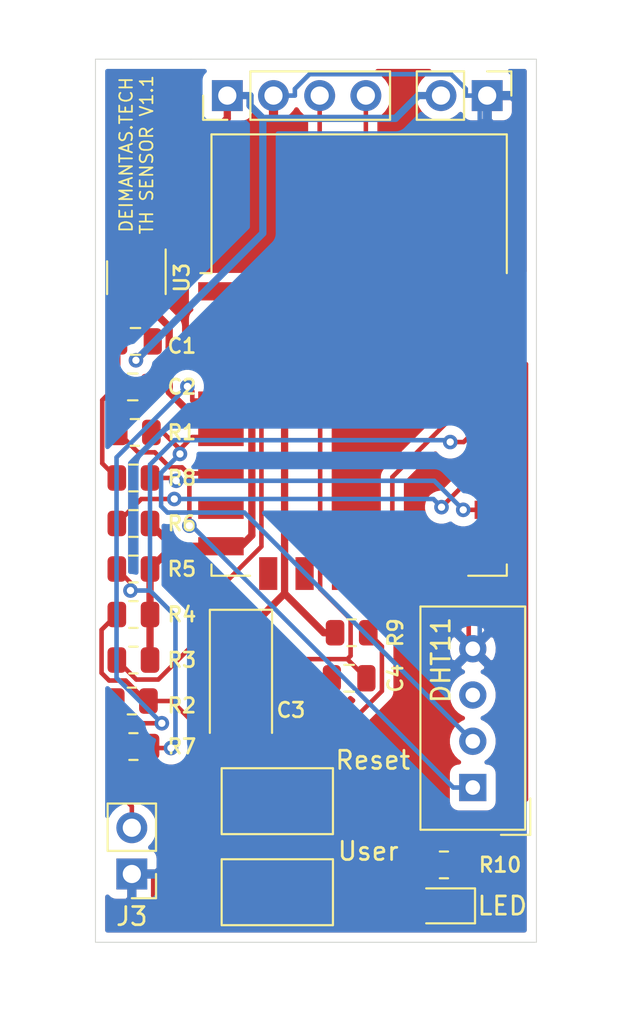
<source format=kicad_pcb>
(kicad_pcb (version 20171130) (host pcbnew "(5.1.12)-1")

  (general
    (thickness 1.6)
    (drawings 10)
    (tracks 208)
    (zones 0)
    (modules 23)
    (nets 28)
  )

  (page A4)
  (layers
    (0 F.Cu signal)
    (31 B.Cu signal)
    (32 B.Adhes user)
    (33 F.Adhes user)
    (34 B.Paste user)
    (35 F.Paste user)
    (36 B.SilkS user)
    (37 F.SilkS user)
    (38 B.Mask user)
    (39 F.Mask user)
    (40 Dwgs.User user)
    (41 Cmts.User user)
    (42 Eco1.User user)
    (43 Eco2.User user)
    (44 Edge.Cuts user)
    (45 Margin user)
    (46 B.CrtYd user)
    (47 F.CrtYd user)
    (48 B.Fab user)
    (49 F.Fab user)
  )

  (setup
    (last_trace_width 0.25)
    (user_trace_width 0.5)
    (user_trace_width 1)
    (user_trace_width 2)
    (trace_clearance 0.2)
    (zone_clearance 0.508)
    (zone_45_only no)
    (trace_min 0.2)
    (via_size 0.8)
    (via_drill 0.4)
    (via_min_size 0.4)
    (via_min_drill 0.3)
    (uvia_size 0.3)
    (uvia_drill 0.1)
    (uvias_allowed no)
    (uvia_min_size 0.2)
    (uvia_min_drill 0.1)
    (edge_width 0.05)
    (segment_width 0.2)
    (pcb_text_width 0.3)
    (pcb_text_size 1.5 1.5)
    (mod_edge_width 0.12)
    (mod_text_size 1 1)
    (mod_text_width 0.15)
    (pad_size 1.524 1.524)
    (pad_drill 0.762)
    (pad_to_mask_clearance 0)
    (aux_axis_origin 0 0)
    (visible_elements 7FFFFFFF)
    (pcbplotparams
      (layerselection 0x010fc_ffffffff)
      (usegerberextensions false)
      (usegerberattributes true)
      (usegerberadvancedattributes true)
      (creategerberjobfile true)
      (excludeedgelayer true)
      (linewidth 0.100000)
      (plotframeref false)
      (viasonmask false)
      (mode 1)
      (useauxorigin false)
      (hpglpennumber 1)
      (hpglpenspeed 20)
      (hpglpendiameter 15.000000)
      (psnegative false)
      (psa4output false)
      (plotreference true)
      (plotvalue true)
      (plotinvisibletext false)
      (padsonsilk false)
      (subtractmaskfromsilk false)
      (outputformat 1)
      (mirror false)
      (drillshape 0)
      (scaleselection 1)
      (outputdirectory "gbr/"))
  )

  (net 0 "")
  (net 1 GND)
  (net 2 "Net-(C1-Pad1)")
  (net 3 VCC)
  (net 4 RST)
  (net 5 TX)
  (net 6 RX)
  (net 7 DHT11_IO)
  (net 8 DHT11_VCC)
  (net 9 "Net-(R2-Pad2)")
  (net 10 "Net-(R3-Pad2)")
  (net 11 "Net-(R5-Pad2)")
  (net 12 "Net-(R6-Pad2)")
  (net 13 "Net-(R8-Pad1)")
  (net 14 "Net-(U1-Pad14)")
  (net 15 "Net-(U1-Pad13)")
  (net 16 "Net-(U1-Pad10)")
  (net 17 "Net-(U1-Pad9)")
  (net 18 "Net-(U1-Pad7)")
  (net 19 "Net-(U1-Pad2)")
  (net 20 "Net-(U2-Pad3)")
  (net 21 "Net-(U3-Pad4)")
  (net 22 "Net-(D1-Pad2)")
  (net 23 USER_BUTTON)
  (net 24 USER_LED)
  (net 25 "Net-(U1-Pad12)")
  (net 26 "Net-(U1-Pad11)")
  (net 27 "Net-(J3-Pad2)")

  (net_class Default "This is the default net class."
    (clearance 0.2)
    (trace_width 0.25)
    (via_dia 0.8)
    (via_drill 0.4)
    (uvia_dia 0.3)
    (uvia_drill 0.1)
    (diff_pair_width 0.25)
    (diff_pair_gap 0.25)
    (add_net DHT11_IO)
    (add_net DHT11_VCC)
    (add_net GND)
    (add_net "Net-(D1-Pad2)")
    (add_net "Net-(J3-Pad2)")
    (add_net "Net-(R2-Pad2)")
    (add_net "Net-(R3-Pad2)")
    (add_net "Net-(R5-Pad2)")
    (add_net "Net-(R6-Pad2)")
    (add_net "Net-(R8-Pad1)")
    (add_net "Net-(U1-Pad10)")
    (add_net "Net-(U1-Pad11)")
    (add_net "Net-(U1-Pad12)")
    (add_net "Net-(U1-Pad13)")
    (add_net "Net-(U1-Pad14)")
    (add_net "Net-(U1-Pad2)")
    (add_net "Net-(U1-Pad7)")
    (add_net "Net-(U1-Pad9)")
    (add_net "Net-(U2-Pad3)")
    (add_net "Net-(U3-Pad4)")
    (add_net RST)
    (add_net RX)
    (add_net TX)
    (add_net USER_BUTTON)
    (add_net USER_LED)
  )

  (net_class vcc ""
    (clearance 0.2)
    (trace_width 0.4)
    (via_dia 0.8)
    (via_drill 0.4)
    (uvia_dia 0.3)
    (uvia_drill 0.1)
    (diff_pair_width 0.4)
    (diff_pair_gap 0.25)
    (add_net "Net-(C1-Pad1)")
    (add_net VCC)
  )

  (module Button_Switch_SMD:SW_SPST_FSMSM (layer F.Cu) (tedit 5A02FC95) (tstamp 61D84249)
    (at 158.5 106.5)
    (descr http://www.te.com/commerce/DocumentDelivery/DDEController?Action=srchrtrv&DocNm=1437566-3&DocType=Customer+Drawing&DocLang=English)
    (tags "SPST button tactile switch")
    (path /61A575D4)
    (attr smd)
    (fp_text reference SW_User1 (at 0 -2.6) (layer F.SilkS) hide
      (effects (font (size 1 1) (thickness 0.15)))
    )
    (fp_text value SW_Push (at 0 3) (layer F.Fab) hide
      (effects (font (size 1 1) (thickness 0.15)))
    )
    (fp_line (start -1.75 -1) (end 1.75 -1) (layer F.Fab) (width 0.1))
    (fp_line (start 1.75 -1) (end 1.75 1) (layer F.Fab) (width 0.1))
    (fp_line (start 1.75 1) (end -1.75 1) (layer F.Fab) (width 0.1))
    (fp_line (start -1.75 1) (end -1.75 -1) (layer F.Fab) (width 0.1))
    (fp_line (start -3.06 -1.81) (end 3.06 -1.81) (layer F.SilkS) (width 0.12))
    (fp_line (start 3.06 -1.81) (end 3.06 1.81) (layer F.SilkS) (width 0.12))
    (fp_line (start 3.06 1.81) (end -3.06 1.81) (layer F.SilkS) (width 0.12))
    (fp_line (start -3.06 1.81) (end -3.06 -1.81) (layer F.SilkS) (width 0.12))
    (fp_line (start -1.5 0.8) (end 1.5 0.8) (layer F.Fab) (width 0.1))
    (fp_line (start -1.5 -0.8) (end 1.5 -0.8) (layer F.Fab) (width 0.1))
    (fp_line (start 1.5 -0.8) (end 1.5 0.8) (layer F.Fab) (width 0.1))
    (fp_line (start -1.5 -0.8) (end -1.5 0.8) (layer F.Fab) (width 0.1))
    (fp_line (start -5.95 2) (end 5.95 2) (layer F.CrtYd) (width 0.05))
    (fp_line (start 5.95 -2) (end 5.95 2) (layer F.CrtYd) (width 0.05))
    (fp_line (start -3 1.75) (end 3 1.75) (layer F.Fab) (width 0.1))
    (fp_line (start -3 -1.75) (end 3 -1.75) (layer F.Fab) (width 0.1))
    (fp_line (start -3 -1.75) (end -3 1.75) (layer F.Fab) (width 0.1))
    (fp_line (start 3 -1.75) (end 3 1.75) (layer F.Fab) (width 0.1))
    (fp_line (start -5.95 -2) (end -5.95 2) (layer F.CrtYd) (width 0.05))
    (fp_line (start -5.95 -2) (end 5.95 -2) (layer F.CrtYd) (width 0.05))
    (fp_text user %R (at 0 -2.6) (layer F.Fab)
      (effects (font (size 1 1) (thickness 0.15)))
    )
    (pad 2 smd rect (at 4.59 0) (size 2.18 1.6) (layers F.Cu F.Paste F.Mask)
      (net 1 GND))
    (pad 1 smd rect (at -4.59 0) (size 2.18 1.6) (layers F.Cu F.Paste F.Mask)
      (net 4 RST))
    (model ${KISYS3DMOD}/Button_Switch_SMD.3dshapes/SW_SPST_FSMSM.wrl
      (at (xyz 0 0 0))
      (scale (xyz 1 1 1))
      (rotate (xyz 0 0 0))
    )
  )

  (module Connector_PinHeader_2.54mm:PinHeader_1x02_P2.54mm_Vertical (layer F.Cu) (tedit 59FED5CC) (tstamp 61C0A347)
    (at 150.5 110.5 180)
    (descr "Through hole straight pin header, 1x02, 2.54mm pitch, single row")
    (tags "Through hole pin header THT 1x02 2.54mm single row")
    (path /61C0EE98)
    (fp_text reference J3 (at 0 -2.33) (layer F.SilkS)
      (effects (font (size 1 1) (thickness 0.15)))
    )
    (fp_text value Conn_01x02 (at 0 4.87) (layer F.Fab)
      (effects (font (size 1 1) (thickness 0.15)))
    )
    (fp_line (start 1.8 -1.8) (end -1.8 -1.8) (layer F.CrtYd) (width 0.05))
    (fp_line (start 1.8 4.35) (end 1.8 -1.8) (layer F.CrtYd) (width 0.05))
    (fp_line (start -1.8 4.35) (end 1.8 4.35) (layer F.CrtYd) (width 0.05))
    (fp_line (start -1.8 -1.8) (end -1.8 4.35) (layer F.CrtYd) (width 0.05))
    (fp_line (start -1.33 -1.33) (end 0 -1.33) (layer F.SilkS) (width 0.12))
    (fp_line (start -1.33 0) (end -1.33 -1.33) (layer F.SilkS) (width 0.12))
    (fp_line (start -1.33 1.27) (end 1.33 1.27) (layer F.SilkS) (width 0.12))
    (fp_line (start 1.33 1.27) (end 1.33 3.87) (layer F.SilkS) (width 0.12))
    (fp_line (start -1.33 1.27) (end -1.33 3.87) (layer F.SilkS) (width 0.12))
    (fp_line (start -1.33 3.87) (end 1.33 3.87) (layer F.SilkS) (width 0.12))
    (fp_line (start -1.27 -0.635) (end -0.635 -1.27) (layer F.Fab) (width 0.1))
    (fp_line (start -1.27 3.81) (end -1.27 -0.635) (layer F.Fab) (width 0.1))
    (fp_line (start 1.27 3.81) (end -1.27 3.81) (layer F.Fab) (width 0.1))
    (fp_line (start 1.27 -1.27) (end 1.27 3.81) (layer F.Fab) (width 0.1))
    (fp_line (start -0.635 -1.27) (end 1.27 -1.27) (layer F.Fab) (width 0.1))
    (fp_text user %R (at 0 1.27 90) (layer F.Fab)
      (effects (font (size 1 1) (thickness 0.15)))
    )
    (pad 2 thru_hole oval (at 0 2.54 180) (size 1.7 1.7) (drill 1) (layers *.Cu *.Mask)
      (net 27 "Net-(J3-Pad2)"))
    (pad 1 thru_hole rect (at 0 0 180) (size 1.7 1.7) (drill 1) (layers *.Cu *.Mask)
      (net 1 GND))
    (model ${KISYS3DMOD}/Connector_PinHeader_2.54mm.3dshapes/PinHeader_1x02_P2.54mm_Vertical.wrl
      (at (xyz 0 0 0))
      (scale (xyz 1 1 1))
      (rotate (xyz 0 0 0))
    )
  )

  (module RF_Module:ESP-12E (layer F.Cu) (tedit 5A030172) (tstamp 61B22231)
    (at 163 82)
    (descr "Wi-Fi Module, http://wiki.ai-thinker.com/_media/esp8266/docs/aithinker_esp_12f_datasheet_en.pdf")
    (tags "Wi-Fi Module")
    (path /61A0DF15)
    (attr smd)
    (fp_text reference U1 (at 0.5 1.5) (layer F.SilkS) hide
      (effects (font (size 1 1) (thickness 0.15)))
    )
    (fp_text value ESP-12F (at -0.5 -12.78) (layer F.Fab)
      (effects (font (size 1 1) (thickness 0.15)))
    )
    (fp_line (start -8 -12) (end 8 -12) (layer F.Fab) (width 0.12))
    (fp_line (start 8 -12) (end 8 12) (layer F.Fab) (width 0.12))
    (fp_line (start 8 12) (end -8 12) (layer F.Fab) (width 0.12))
    (fp_line (start -8 12) (end -8 -3) (layer F.Fab) (width 0.12))
    (fp_line (start -8 -3) (end -7.5 -3.5) (layer F.Fab) (width 0.12))
    (fp_line (start -7.5 -3.5) (end -8 -4) (layer F.Fab) (width 0.12))
    (fp_line (start -8 -4) (end -8 -12) (layer F.Fab) (width 0.12))
    (fp_line (start -9.05 -12.2) (end 9.05 -12.2) (layer F.CrtYd) (width 0.05))
    (fp_line (start 9.05 -12.2) (end 9.05 13.1) (layer F.CrtYd) (width 0.05))
    (fp_line (start 9.05 13.1) (end -9.05 13.1) (layer F.CrtYd) (width 0.05))
    (fp_line (start -9.05 13.1) (end -9.05 -12.2) (layer F.CrtYd) (width 0.05))
    (fp_line (start -8.12 -12.12) (end 8.12 -12.12) (layer F.SilkS) (width 0.12))
    (fp_line (start 8.12 -12.12) (end 8.12 -4.5) (layer F.SilkS) (width 0.12))
    (fp_line (start 8.12 11.5) (end 8.12 12.12) (layer F.SilkS) (width 0.12))
    (fp_line (start 8.12 12.12) (end 6 12.12) (layer F.SilkS) (width 0.12))
    (fp_line (start -6 12.12) (end -8.12 12.12) (layer F.SilkS) (width 0.12))
    (fp_line (start -8.12 12.12) (end -8.12 11.5) (layer F.SilkS) (width 0.12))
    (fp_line (start -8.12 -4.5) (end -8.12 -12.12) (layer F.SilkS) (width 0.12))
    (fp_line (start -8.12 -4.5) (end -8.73 -4.5) (layer F.SilkS) (width 0.12))
    (fp_line (start -8.12 -12.12) (end 8.12 -12.12) (layer Dwgs.User) (width 0.12))
    (fp_line (start 8.12 -12.12) (end 8.12 -4.8) (layer Dwgs.User) (width 0.12))
    (fp_line (start 8.12 -4.8) (end -8.12 -4.8) (layer Dwgs.User) (width 0.12))
    (fp_line (start -8.12 -4.8) (end -8.12 -12.12) (layer Dwgs.User) (width 0.12))
    (fp_line (start -8.12 -9.12) (end -5.12 -12.12) (layer Dwgs.User) (width 0.12))
    (fp_line (start -8.12 -6.12) (end -2.12 -12.12) (layer Dwgs.User) (width 0.12))
    (fp_line (start -6.44 -4.8) (end 0.88 -12.12) (layer Dwgs.User) (width 0.12))
    (fp_line (start -3.44 -4.8) (end 3.88 -12.12) (layer Dwgs.User) (width 0.12))
    (fp_line (start -0.44 -4.8) (end 6.88 -12.12) (layer Dwgs.User) (width 0.12))
    (fp_line (start 2.56 -4.8) (end 8.12 -10.36) (layer Dwgs.User) (width 0.12))
    (fp_line (start 5.56 -4.8) (end 8.12 -7.36) (layer Dwgs.User) (width 0.12))
    (fp_text user %R (at 0.49 -0.8) (layer F.Fab)
      (effects (font (size 1 1) (thickness 0.15)))
    )
    (fp_text user "KEEP-OUT ZONE" (at 0.03 -9.55 180) (layer Cmts.User)
      (effects (font (size 1 1) (thickness 0.15)))
    )
    (pad 22 smd rect (at 7.6 -3.5) (size 2.5 1) (layers F.Cu F.Paste F.Mask)
      (net 5 TX))
    (pad 21 smd rect (at 7.6 -1.5) (size 2.5 1) (layers F.Cu F.Paste F.Mask)
      (net 6 RX))
    (pad 20 smd rect (at 7.6 0.5) (size 2.5 1) (layers F.Cu F.Paste F.Mask)
      (net 24 USER_LED))
    (pad 19 smd rect (at 7.6 2.5) (size 2.5 1) (layers F.Cu F.Paste F.Mask)
      (net 23 USER_BUTTON))
    (pad 18 smd rect (at 7.6 4.5) (size 2.5 1) (layers F.Cu F.Paste F.Mask)
      (net 11 "Net-(R5-Pad2)"))
    (pad 17 smd rect (at 7.6 6.5) (size 2.5 1) (layers F.Cu F.Paste F.Mask)
      (net 12 "Net-(R6-Pad2)"))
    (pad 16 smd rect (at 7.6 8.5) (size 2.5 1) (layers F.Cu F.Paste F.Mask)
      (net 13 "Net-(R8-Pad1)"))
    (pad 15 smd rect (at 7.6 10.5) (size 2.5 1) (layers F.Cu F.Paste F.Mask)
      (net 1 GND))
    (pad 14 smd rect (at 5 12) (size 1 1.8) (layers F.Cu F.Paste F.Mask)
      (net 14 "Net-(U1-Pad14)"))
    (pad 13 smd rect (at 3 12) (size 1 1.8) (layers F.Cu F.Paste F.Mask)
      (net 15 "Net-(U1-Pad13)"))
    (pad 12 smd rect (at 1 12) (size 1 1.8) (layers F.Cu F.Paste F.Mask)
      (net 25 "Net-(U1-Pad12)"))
    (pad 11 smd rect (at -1 12) (size 1 1.8) (layers F.Cu F.Paste F.Mask)
      (net 26 "Net-(U1-Pad11)"))
    (pad 10 smd rect (at -3 12) (size 1 1.8) (layers F.Cu F.Paste F.Mask)
      (net 16 "Net-(U1-Pad10)"))
    (pad 9 smd rect (at -5 12) (size 1 1.8) (layers F.Cu F.Paste F.Mask)
      (net 17 "Net-(U1-Pad9)"))
    (pad 8 smd rect (at -7.6 10.5) (size 2.5 1) (layers F.Cu F.Paste F.Mask)
      (net 3 VCC))
    (pad 7 smd rect (at -7.6 8.5) (size 2.5 1) (layers F.Cu F.Paste F.Mask)
      (net 18 "Net-(U1-Pad7)"))
    (pad 6 smd rect (at -7.6 6.5) (size 2.5 1) (layers F.Cu F.Paste F.Mask)
      (net 8 DHT11_VCC))
    (pad 5 smd rect (at -7.6 4.5) (size 2.5 1) (layers F.Cu F.Paste F.Mask)
      (net 7 DHT11_IO))
    (pad 4 smd rect (at -7.6 2.5) (size 2.5 1) (layers F.Cu F.Paste F.Mask)
      (net 9 "Net-(R2-Pad2)"))
    (pad 3 smd rect (at -7.6 0.5) (size 2.5 1) (layers F.Cu F.Paste F.Mask)
      (net 10 "Net-(R3-Pad2)"))
    (pad 2 smd rect (at -7.6 -1.5) (size 2.5 1) (layers F.Cu F.Paste F.Mask)
      (net 19 "Net-(U1-Pad2)"))
    (pad 1 smd rect (at -7.6 -3.5) (size 2.5 1) (layers F.Cu F.Paste F.Mask)
      (net 4 RST))
    (model ${KISYS3DMOD}/RF_Module.3dshapes/ESP-12E.wrl
      (at (xyz 0 0 0))
      (scale (xyz 1 1 1))
      (rotate (xyz 0 0 0))
    )
  )

  (module Resistor_SMD:R_0805_2012Metric (layer F.Cu) (tedit 5F68FEEE) (tstamp 61D844EA)
    (at 167.662 110)
    (descr "Resistor SMD 0805 (2012 Metric), square (rectangular) end terminal, IPC_7351 nominal, (Body size source: IPC-SM-782 page 72, https://www.pcb-3d.com/wordpress/wp-content/uploads/ipc-sm-782a_amendment_1_and_2.pdf), generated with kicad-footprint-generator")
    (tags resistor)
    (path /61A7B13C)
    (attr smd)
    (fp_text reference R10 (at 3.0875 0) (layer F.SilkS)
      (effects (font (size 0.8 0.8) (thickness 0.15)))
    )
    (fp_text value R470 (at 0 1.65) (layer F.Fab)
      (effects (font (size 1 1) (thickness 0.15)))
    )
    (fp_line (start 1.68 0.95) (end -1.68 0.95) (layer F.CrtYd) (width 0.05))
    (fp_line (start 1.68 -0.95) (end 1.68 0.95) (layer F.CrtYd) (width 0.05))
    (fp_line (start -1.68 -0.95) (end 1.68 -0.95) (layer F.CrtYd) (width 0.05))
    (fp_line (start -1.68 0.95) (end -1.68 -0.95) (layer F.CrtYd) (width 0.05))
    (fp_line (start -0.227064 0.735) (end 0.227064 0.735) (layer F.SilkS) (width 0.12))
    (fp_line (start -0.227064 -0.735) (end 0.227064 -0.735) (layer F.SilkS) (width 0.12))
    (fp_line (start 1 0.625) (end -1 0.625) (layer F.Fab) (width 0.1))
    (fp_line (start 1 -0.625) (end 1 0.625) (layer F.Fab) (width 0.1))
    (fp_line (start -1 -0.625) (end 1 -0.625) (layer F.Fab) (width 0.1))
    (fp_line (start -1 0.625) (end -1 -0.625) (layer F.Fab) (width 0.1))
    (fp_text user %R (at 0 0) (layer F.Fab)
      (effects (font (size 0.5 0.5) (thickness 0.08)))
    )
    (pad 2 smd roundrect (at 0.9125 0) (size 1.025 1.4) (layers F.Cu F.Paste F.Mask) (roundrect_rratio 0.2439004878048781)
      (net 24 USER_LED))
    (pad 1 smd roundrect (at -0.9125 0) (size 1.025 1.4) (layers F.Cu F.Paste F.Mask) (roundrect_rratio 0.2439004878048781)
      (net 22 "Net-(D1-Pad2)"))
    (model ${KISYS3DMOD}/Resistor_SMD.3dshapes/R_0805_2012Metric.wrl
      (at (xyz 0 0 0))
      (scale (xyz 1 1 1))
      (rotate (xyz 0 0 0))
    )
  )

  (module LED_SMD:LED_0805_2012Metric (layer F.Cu) (tedit 5F68FEF1) (tstamp 61D8479E)
    (at 167.688 112.25 180)
    (descr "LED SMD 0805 (2012 Metric), square (rectangular) end terminal, IPC_7351 nominal, (Body size source: https://docs.google.com/spreadsheets/d/1BsfQQcO9C6DZCsRaXUlFlo91Tg2WpOkGARC1WS5S8t0/edit?usp=sharing), generated with kicad-footprint-generator")
    (tags LED)
    (path /61A78EC7)
    (attr smd)
    (fp_text reference D1 (at 0 -1.65) (layer F.SilkS) hide
      (effects (font (size 1 1) (thickness 0.15)))
    )
    (fp_text value LED (at -3.1875 0) (layer F.SilkS)
      (effects (font (size 1 1) (thickness 0.15)))
    )
    (fp_line (start 1.68 0.95) (end -1.68 0.95) (layer F.CrtYd) (width 0.05))
    (fp_line (start 1.68 -0.95) (end 1.68 0.95) (layer F.CrtYd) (width 0.05))
    (fp_line (start -1.68 -0.95) (end 1.68 -0.95) (layer F.CrtYd) (width 0.05))
    (fp_line (start -1.68 0.95) (end -1.68 -0.95) (layer F.CrtYd) (width 0.05))
    (fp_line (start -1.685 0.96) (end 1 0.96) (layer F.SilkS) (width 0.12))
    (fp_line (start -1.685 -0.96) (end -1.685 0.96) (layer F.SilkS) (width 0.12))
    (fp_line (start 1 -0.96) (end -1.685 -0.96) (layer F.SilkS) (width 0.12))
    (fp_line (start 1 0.6) (end 1 -0.6) (layer F.Fab) (width 0.1))
    (fp_line (start -1 0.6) (end 1 0.6) (layer F.Fab) (width 0.1))
    (fp_line (start -1 -0.3) (end -1 0.6) (layer F.Fab) (width 0.1))
    (fp_line (start -0.7 -0.6) (end -1 -0.3) (layer F.Fab) (width 0.1))
    (fp_line (start 1 -0.6) (end -0.7 -0.6) (layer F.Fab) (width 0.1))
    (fp_text user %R (at 0 0) (layer F.Fab)
      (effects (font (size 0.5 0.5) (thickness 0.08)))
    )
    (pad 2 smd roundrect (at 0.9375 0 180) (size 0.975 1.4) (layers F.Cu F.Paste F.Mask) (roundrect_rratio 0.25)
      (net 22 "Net-(D1-Pad2)"))
    (pad 1 smd roundrect (at -0.9375 0 180) (size 0.975 1.4) (layers F.Cu F.Paste F.Mask) (roundrect_rratio 0.25)
      (net 1 GND))
    (model ${KISYS3DMOD}/LED_SMD.3dshapes/LED_0805_2012Metric.wrl
      (at (xyz 0 0 0))
      (scale (xyz 1 1 1))
      (rotate (xyz 0 0 0))
    )
  )

  (module Capacitor_SMD:C_0805_2012Metric (layer F.Cu) (tedit 5F68FEEE) (tstamp 61B223D8)
    (at 150.7 81.25 180)
    (descr "Capacitor SMD 0805 (2012 Metric), square (rectangular) end terminal, IPC_7351 nominal, (Body size source: IPC-SM-782 page 76, https://www.pcb-3d.com/wordpress/wp-content/uploads/ipc-sm-782a_amendment_1_and_2.pdf, https://docs.google.com/spreadsheets/d/1BsfQQcO9C6DZCsRaXUlFlo91Tg2WpOkGARC1WS5S8t0/edit?usp=sharing), generated with kicad-footprint-generator")
    (tags capacitor)
    (path /61A8928B)
    (attr smd)
    (fp_text reference C1 (at -2.55 -0.25) (layer F.SilkS)
      (effects (font (size 0.8 0.8) (thickness 0.15)))
    )
    (fp_text value C1uF (at 0 1.68) (layer F.Fab)
      (effects (font (size 1 1) (thickness 0.15)))
    )
    (fp_line (start -1 0.625) (end -1 -0.625) (layer F.Fab) (width 0.1))
    (fp_line (start -1 -0.625) (end 1 -0.625) (layer F.Fab) (width 0.1))
    (fp_line (start 1 -0.625) (end 1 0.625) (layer F.Fab) (width 0.1))
    (fp_line (start 1 0.625) (end -1 0.625) (layer F.Fab) (width 0.1))
    (fp_line (start -0.261252 -0.735) (end 0.261252 -0.735) (layer F.SilkS) (width 0.12))
    (fp_line (start -0.261252 0.735) (end 0.261252 0.735) (layer F.SilkS) (width 0.12))
    (fp_line (start -1.7 0.98) (end -1.7 -0.98) (layer F.CrtYd) (width 0.05))
    (fp_line (start -1.7 -0.98) (end 1.7 -0.98) (layer F.CrtYd) (width 0.05))
    (fp_line (start 1.7 -0.98) (end 1.7 0.98) (layer F.CrtYd) (width 0.05))
    (fp_line (start 1.7 0.98) (end -1.7 0.98) (layer F.CrtYd) (width 0.05))
    (fp_text user %R (at 0 0) (layer F.Fab)
      (effects (font (size 0.5 0.5) (thickness 0.08)))
    )
    (pad 2 smd roundrect (at 0.95 0 180) (size 1 1.45) (layers F.Cu F.Paste F.Mask) (roundrect_rratio 0.25)
      (net 1 GND))
    (pad 1 smd roundrect (at -0.95 0 180) (size 1 1.45) (layers F.Cu F.Paste F.Mask) (roundrect_rratio 0.25)
      (net 2 "Net-(C1-Pad1)"))
    (model ${KISYS3DMOD}/Capacitor_SMD.3dshapes/C_0805_2012Metric.wrl
      (at (xyz 0 0 0))
      (scale (xyz 1 1 1))
      (rotate (xyz 0 0 0))
    )
  )

  (module Connector_PinHeader_2.54mm:PinHeader_1x04_P2.54mm_Vertical (layer F.Cu) (tedit 59FED5CC) (tstamp 61C0A416)
    (at 155.75 67.75 90)
    (descr "Through hole straight pin header, 1x04, 2.54mm pitch, single row")
    (tags "Through hole pin header THT 1x04 2.54mm single row")
    (path /61AA6DA9)
    (fp_text reference J2 (at 0 -2.33 90) (layer F.SilkS) hide
      (effects (font (size 1 1) (thickness 0.15)))
    )
    (fp_text value Conn_01x04 (at 0 9.95 90) (layer F.Fab)
      (effects (font (size 1 1) (thickness 0.15)))
    )
    (fp_line (start -0.635 -1.27) (end 1.27 -1.27) (layer F.Fab) (width 0.1))
    (fp_line (start 1.27 -1.27) (end 1.27 8.89) (layer F.Fab) (width 0.1))
    (fp_line (start 1.27 8.89) (end -1.27 8.89) (layer F.Fab) (width 0.1))
    (fp_line (start -1.27 8.89) (end -1.27 -0.635) (layer F.Fab) (width 0.1))
    (fp_line (start -1.27 -0.635) (end -0.635 -1.27) (layer F.Fab) (width 0.1))
    (fp_line (start -1.33 8.95) (end 1.33 8.95) (layer F.SilkS) (width 0.12))
    (fp_line (start -1.33 1.27) (end -1.33 8.95) (layer F.SilkS) (width 0.12))
    (fp_line (start 1.33 1.27) (end 1.33 8.95) (layer F.SilkS) (width 0.12))
    (fp_line (start -1.33 1.27) (end 1.33 1.27) (layer F.SilkS) (width 0.12))
    (fp_line (start -1.33 0) (end -1.33 -1.33) (layer F.SilkS) (width 0.12))
    (fp_line (start -1.33 -1.33) (end 0 -1.33) (layer F.SilkS) (width 0.12))
    (fp_line (start -1.8 -1.8) (end -1.8 9.4) (layer F.CrtYd) (width 0.05))
    (fp_line (start -1.8 9.4) (end 1.8 9.4) (layer F.CrtYd) (width 0.05))
    (fp_line (start 1.8 9.4) (end 1.8 -1.8) (layer F.CrtYd) (width 0.05))
    (fp_line (start 1.8 -1.8) (end -1.8 -1.8) (layer F.CrtYd) (width 0.05))
    (fp_text user %R (at 0 3.81) (layer F.Fab)
      (effects (font (size 1 1) (thickness 0.15)))
    )
    (pad 4 thru_hole oval (at 0 7.62 90) (size 1.7 1.7) (drill 1) (layers *.Cu *.Mask)
      (net 5 TX))
    (pad 3 thru_hole oval (at 0 5.08 90) (size 1.7 1.7) (drill 1) (layers *.Cu *.Mask)
      (net 6 RX))
    (pad 2 thru_hole oval (at 0 2.54 90) (size 1.7 1.7) (drill 1) (layers *.Cu *.Mask)
      (net 1 GND))
    (pad 1 thru_hole rect (at 0 0 90) (size 1.7 1.7) (drill 1) (layers *.Cu *.Mask)
      (net 2 "Net-(C1-Pad1)"))
    (model ${KISYS3DMOD}/Connector_PinHeader_2.54mm.3dshapes/PinHeader_1x04_P2.54mm_Vertical.wrl
      (at (xyz 0 0 0))
      (scale (xyz 1 1 1))
      (rotate (xyz 0 0 0))
    )
  )

  (module Sensor:Aosong_DHT11_5.5x12.0_P2.54mm (layer F.Cu) (tedit 5C4B60CF) (tstamp 61C0A502)
    (at 169.25 105.75 180)
    (descr "Temperature and humidity module, http://akizukidenshi.com/download/ds/aosong/DHT11.pdf")
    (tags "Temperature and humidity module")
    (path /61A0ED73)
    (fp_text reference U2 (at 4.5 4 270) (layer F.SilkS) hide
      (effects (font (size 1 1) (thickness 0.15)))
    )
    (fp_text value DHT11 (at 1.75 7 90) (layer F.SilkS)
      (effects (font (size 1 1) (thickness 0.15)))
    )
    (fp_line (start -1.75 -2.19) (end 2.75 -2.19) (layer F.Fab) (width 0.1))
    (fp_line (start 2.75 -2.19) (end 2.75 9.81) (layer F.Fab) (width 0.1))
    (fp_line (start 2.75 9.81) (end -2.75 9.81) (layer F.Fab) (width 0.1))
    (fp_line (start -2.75 -1.19) (end -2.75 9.81) (layer F.Fab) (width 0.1))
    (fp_line (start -2.87 -2.32) (end 2.87 -2.32) (layer F.SilkS) (width 0.12))
    (fp_line (start 2.88 -2.32) (end 2.88 9.94) (layer F.SilkS) (width 0.12))
    (fp_line (start 2.88 9.94) (end -2.88 9.94) (layer F.SilkS) (width 0.12))
    (fp_line (start -2.88 9.94) (end -2.88 -2.31) (layer F.SilkS) (width 0.12))
    (fp_line (start -3 -2.44) (end 3 -2.44) (layer F.CrtYd) (width 0.05))
    (fp_line (start 3 -2.44) (end 3 10.06) (layer F.CrtYd) (width 0.05))
    (fp_line (start 3 10.06) (end -3 10.06) (layer F.CrtYd) (width 0.05))
    (fp_line (start -3 10.06) (end -3 -2.44) (layer F.CrtYd) (width 0.05))
    (fp_line (start -2.75 -1.19) (end -1.75 -2.19) (layer F.Fab) (width 0.1))
    (fp_line (start -3.16 -2.6) (end -3.16 -0.6) (layer F.SilkS) (width 0.12))
    (fp_line (start -3.16 -2.6) (end -1.55 -2.6) (layer F.SilkS) (width 0.12))
    (fp_text user %R (at 0 3.81) (layer F.Fab)
      (effects (font (size 1 1) (thickness 0.15)))
    )
    (pad 4 thru_hole circle (at 0 7.62 180) (size 1.5 1.5) (drill 0.8) (layers *.Cu *.Mask)
      (net 1 GND))
    (pad 3 thru_hole circle (at 0 5.08 180) (size 1.5 1.5) (drill 0.8) (layers *.Cu *.Mask)
      (net 20 "Net-(U2-Pad3)"))
    (pad 2 thru_hole circle (at 0 2.54 180) (size 1.5 1.5) (drill 0.8) (layers *.Cu *.Mask)
      (net 7 DHT11_IO))
    (pad 1 thru_hole rect (at 0 0 180) (size 1.5 1.5) (drill 0.8) (layers *.Cu *.Mask)
      (net 8 DHT11_VCC))
    (model ${KISYS3DMOD}/Sensor.3dshapes/Aosong_DHT11_5.5x12.0_P2.54mm.wrl
      (at (xyz 0 0 0))
      (scale (xyz 1 1 1))
      (rotate (xyz 0 0 0))
    )
  )

  (module Resistor_SMD:R_0805_2012Metric (layer F.Cu) (tedit 5F68FEEE) (tstamp 61C0A895)
    (at 150.588 96.25 180)
    (descr "Resistor SMD 0805 (2012 Metric), square (rectangular) end terminal, IPC_7351 nominal, (Body size source: IPC-SM-782 page 72, https://www.pcb-3d.com/wordpress/wp-content/uploads/ipc-sm-782a_amendment_1_and_2.pdf), generated with kicad-footprint-generator")
    (tags resistor)
    (path /61A61895)
    (attr smd)
    (fp_text reference R4 (at -2.6625 0) (layer F.SilkS)
      (effects (font (size 0.8 0.8) (thickness 0.15)))
    )
    (fp_text value R12K (at 0 1.65) (layer F.Fab)
      (effects (font (size 1 1) (thickness 0.15)))
    )
    (fp_line (start -1 0.625) (end -1 -0.625) (layer F.Fab) (width 0.1))
    (fp_line (start -1 -0.625) (end 1 -0.625) (layer F.Fab) (width 0.1))
    (fp_line (start 1 -0.625) (end 1 0.625) (layer F.Fab) (width 0.1))
    (fp_line (start 1 0.625) (end -1 0.625) (layer F.Fab) (width 0.1))
    (fp_line (start -0.227064 -0.735) (end 0.227064 -0.735) (layer F.SilkS) (width 0.12))
    (fp_line (start -0.227064 0.735) (end 0.227064 0.735) (layer F.SilkS) (width 0.12))
    (fp_line (start -1.68 0.95) (end -1.68 -0.95) (layer F.CrtYd) (width 0.05))
    (fp_line (start -1.68 -0.95) (end 1.68 -0.95) (layer F.CrtYd) (width 0.05))
    (fp_line (start 1.68 -0.95) (end 1.68 0.95) (layer F.CrtYd) (width 0.05))
    (fp_line (start 1.68 0.95) (end -1.68 0.95) (layer F.CrtYd) (width 0.05))
    (fp_text user %R (at 0 0) (layer F.Fab)
      (effects (font (size 0.5 0.5) (thickness 0.08)))
    )
    (pad 2 smd roundrect (at 0.9125 0 180) (size 1.025 1.4) (layers F.Cu F.Paste F.Mask) (roundrect_rratio 0.2439004878048781)
      (net 4 RST))
    (pad 1 smd roundrect (at -0.9125 0 180) (size 1.025 1.4) (layers F.Cu F.Paste F.Mask) (roundrect_rratio 0.2439004878048781)
      (net 3 VCC))
    (model ${KISYS3DMOD}/Resistor_SMD.3dshapes/R_0805_2012Metric.wrl
      (at (xyz 0 0 0))
      (scale (xyz 1 1 1))
      (rotate (xyz 0 0 0))
    )
  )

  (module Connector_PinHeader_2.54mm:PinHeader_1x02_P2.54mm_Vertical (layer F.Cu) (tedit 59FED5CC) (tstamp 61C0956F)
    (at 170.04 67.75 270)
    (descr "Through hole straight pin header, 1x02, 2.54mm pitch, single row")
    (tags "Through hole pin header THT 1x02 2.54mm single row")
    (path /61A84739)
    (fp_text reference J1 (at 0 -2.33 90) (layer F.SilkS) hide
      (effects (font (size 1 1) (thickness 0.15)))
    )
    (fp_text value Conn_01x02 (at 0 4.87 90) (layer F.Fab) hide
      (effects (font (size 1 1) (thickness 0.15)))
    )
    (fp_line (start -0.635 -1.27) (end 1.27 -1.27) (layer F.Fab) (width 0.1))
    (fp_line (start 1.27 -1.27) (end 1.27 3.81) (layer F.Fab) (width 0.1))
    (fp_line (start 1.27 3.81) (end -1.27 3.81) (layer F.Fab) (width 0.1))
    (fp_line (start -1.27 3.81) (end -1.27 -0.635) (layer F.Fab) (width 0.1))
    (fp_line (start -1.27 -0.635) (end -0.635 -1.27) (layer F.Fab) (width 0.1))
    (fp_line (start -1.33 3.87) (end 1.33 3.87) (layer F.SilkS) (width 0.12))
    (fp_line (start -1.33 1.27) (end -1.33 3.87) (layer F.SilkS) (width 0.12))
    (fp_line (start 1.33 1.27) (end 1.33 3.87) (layer F.SilkS) (width 0.12))
    (fp_line (start -1.33 1.27) (end 1.33 1.27) (layer F.SilkS) (width 0.12))
    (fp_line (start -1.33 0) (end -1.33 -1.33) (layer F.SilkS) (width 0.12))
    (fp_line (start -1.33 -1.33) (end 0 -1.33) (layer F.SilkS) (width 0.12))
    (fp_line (start -1.8 -1.8) (end -1.8 4.35) (layer F.CrtYd) (width 0.05))
    (fp_line (start -1.8 4.35) (end 1.8 4.35) (layer F.CrtYd) (width 0.05))
    (fp_line (start 1.8 4.35) (end 1.8 -1.8) (layer F.CrtYd) (width 0.05))
    (fp_line (start 1.8 -1.8) (end -1.8 -1.8) (layer F.CrtYd) (width 0.05))
    (fp_text user %R (at 0 1.27) (layer F.Fab)
      (effects (font (size 1 1) (thickness 0.15)))
    )
    (pad 2 thru_hole oval (at 0 2.54 270) (size 1.7 1.7) (drill 1) (layers *.Cu *.Mask)
      (net 2 "Net-(C1-Pad1)"))
    (pad 1 thru_hole rect (at 0 0 270) (size 1.7 1.7) (drill 1) (layers *.Cu *.Mask)
      (net 1 GND))
    (model ${KISYS3DMOD}/Connector_PinHeader_2.54mm.3dshapes/PinHeader_1x02_P2.54mm_Vertical.wrl
      (at (xyz 0 0 0))
      (scale (xyz 1 1 1))
      (rotate (xyz 0 0 0))
    )
  )

  (module Button_Switch_SMD:SW_SPST_FSMSM (layer F.Cu) (tedit 5A02FC95) (tstamp 61C06E54)
    (at 158.5 111.5 180)
    (descr http://www.te.com/commerce/DocumentDelivery/DDEController?Action=srchrtrv&DocNm=1437566-3&DocType=Customer+Drawing&DocLang=English)
    (tags "SPST button tactile switch")
    (path /61A7DAE6)
    (attr smd)
    (fp_text reference SW_User2 (at 0 -2.6) (layer F.SilkS) hide
      (effects (font (size 1 1) (thickness 0.15)))
    )
    (fp_text value SW_Push (at 0 3) (layer F.Fab) hide
      (effects (font (size 1 1) (thickness 0.15)))
    )
    (fp_line (start -1.75 -1) (end 1.75 -1) (layer F.Fab) (width 0.1))
    (fp_line (start 1.75 -1) (end 1.75 1) (layer F.Fab) (width 0.1))
    (fp_line (start 1.75 1) (end -1.75 1) (layer F.Fab) (width 0.1))
    (fp_line (start -1.75 1) (end -1.75 -1) (layer F.Fab) (width 0.1))
    (fp_line (start -3.06 -1.81) (end 3.06 -1.81) (layer F.SilkS) (width 0.12))
    (fp_line (start 3.06 -1.81) (end 3.06 1.81) (layer F.SilkS) (width 0.12))
    (fp_line (start 3.06 1.81) (end -3.06 1.81) (layer F.SilkS) (width 0.12))
    (fp_line (start -3.06 1.81) (end -3.06 -1.81) (layer F.SilkS) (width 0.12))
    (fp_line (start -1.5 0.8) (end 1.5 0.8) (layer F.Fab) (width 0.1))
    (fp_line (start -1.5 -0.8) (end 1.5 -0.8) (layer F.Fab) (width 0.1))
    (fp_line (start 1.5 -0.8) (end 1.5 0.8) (layer F.Fab) (width 0.1))
    (fp_line (start -1.5 -0.8) (end -1.5 0.8) (layer F.Fab) (width 0.1))
    (fp_line (start -5.95 2) (end 5.95 2) (layer F.CrtYd) (width 0.05))
    (fp_line (start 5.95 -2) (end 5.95 2) (layer F.CrtYd) (width 0.05))
    (fp_line (start -3 1.75) (end 3 1.75) (layer F.Fab) (width 0.1))
    (fp_line (start -3 -1.75) (end 3 -1.75) (layer F.Fab) (width 0.1))
    (fp_line (start -3 -1.75) (end -3 1.75) (layer F.Fab) (width 0.1))
    (fp_line (start 3 -1.75) (end 3 1.75) (layer F.Fab) (width 0.1))
    (fp_line (start -5.95 -2) (end -5.95 2) (layer F.CrtYd) (width 0.05))
    (fp_line (start -5.95 -2) (end 5.95 -2) (layer F.CrtYd) (width 0.05))
    (fp_text user %R (at 0 -2.6) (layer F.Fab)
      (effects (font (size 1 1) (thickness 0.15)))
    )
    (pad 2 smd rect (at 4.59 0 180) (size 2.18 1.6) (layers F.Cu F.Paste F.Mask)
      (net 23 USER_BUTTON))
    (pad 1 smd rect (at -4.59 0 180) (size 2.18 1.6) (layers F.Cu F.Paste F.Mask)
      (net 1 GND))
    (model ${KISYS3DMOD}/Button_Switch_SMD.3dshapes/SW_SPST_FSMSM.wrl
      (at (xyz 0 0 0))
      (scale (xyz 1 1 1))
      (rotate (xyz 0 0 0))
    )
  )

  (module Resistor_SMD:R_0805_2012Metric (layer F.Cu) (tedit 5F68FEEE) (tstamp 61C0A813)
    (at 150.588 91.25 180)
    (descr "Resistor SMD 0805 (2012 Metric), square (rectangular) end terminal, IPC_7351 nominal, (Body size source: IPC-SM-782 page 72, https://www.pcb-3d.com/wordpress/wp-content/uploads/ipc-sm-782a_amendment_1_and_2.pdf), generated with kicad-footprint-generator")
    (tags resistor)
    (path /61A74530)
    (attr smd)
    (fp_text reference R6 (at -2.6625 0) (layer F.SilkS)
      (effects (font (size 0.8 0.8) (thickness 0.15)))
    )
    (fp_text value R12K (at 0 1.65) (layer F.Fab)
      (effects (font (size 1 1) (thickness 0.15)))
    )
    (fp_line (start -1 0.625) (end -1 -0.625) (layer F.Fab) (width 0.1))
    (fp_line (start -1 -0.625) (end 1 -0.625) (layer F.Fab) (width 0.1))
    (fp_line (start 1 -0.625) (end 1 0.625) (layer F.Fab) (width 0.1))
    (fp_line (start 1 0.625) (end -1 0.625) (layer F.Fab) (width 0.1))
    (fp_line (start -0.227064 -0.735) (end 0.227064 -0.735) (layer F.SilkS) (width 0.12))
    (fp_line (start -0.227064 0.735) (end 0.227064 0.735) (layer F.SilkS) (width 0.12))
    (fp_line (start -1.68 0.95) (end -1.68 -0.95) (layer F.CrtYd) (width 0.05))
    (fp_line (start -1.68 -0.95) (end 1.68 -0.95) (layer F.CrtYd) (width 0.05))
    (fp_line (start 1.68 -0.95) (end 1.68 0.95) (layer F.CrtYd) (width 0.05))
    (fp_line (start 1.68 0.95) (end -1.68 0.95) (layer F.CrtYd) (width 0.05))
    (fp_text user %R (at 0 0) (layer F.Fab)
      (effects (font (size 0.5 0.5) (thickness 0.08)))
    )
    (pad 2 smd roundrect (at 0.9125 0 180) (size 1.025 1.4) (layers F.Cu F.Paste F.Mask) (roundrect_rratio 0.2439004878048781)
      (net 12 "Net-(R6-Pad2)"))
    (pad 1 smd roundrect (at -0.9125 0 180) (size 1.025 1.4) (layers F.Cu F.Paste F.Mask) (roundrect_rratio 0.2439004878048781)
      (net 3 VCC))
    (model ${KISYS3DMOD}/Resistor_SMD.3dshapes/R_0805_2012Metric.wrl
      (at (xyz 0 0 0))
      (scale (xyz 1 1 1))
      (rotate (xyz 0 0 0))
    )
  )

  (module Resistor_SMD:R_0805_2012Metric (layer F.Cu) (tedit 5F68FEEE) (tstamp 61C07E6C)
    (at 150.588 103.5 180)
    (descr "Resistor SMD 0805 (2012 Metric), square (rectangular) end terminal, IPC_7351 nominal, (Body size source: IPC-SM-782 page 72, https://www.pcb-3d.com/wordpress/wp-content/uploads/ipc-sm-782a_amendment_1_and_2.pdf), generated with kicad-footprint-generator")
    (tags resistor)
    (path /61A5DE59)
    (attr smd)
    (fp_text reference R7 (at -2.662 0) (layer F.SilkS)
      (effects (font (size 0.8 0.8) (thickness 0.15)))
    )
    (fp_text value R470 (at 0 1.65) (layer F.Fab)
      (effects (font (size 1 1) (thickness 0.15)))
    )
    (fp_line (start -1 0.625) (end -1 -0.625) (layer F.Fab) (width 0.1))
    (fp_line (start -1 -0.625) (end 1 -0.625) (layer F.Fab) (width 0.1))
    (fp_line (start 1 -0.625) (end 1 0.625) (layer F.Fab) (width 0.1))
    (fp_line (start 1 0.625) (end -1 0.625) (layer F.Fab) (width 0.1))
    (fp_line (start -0.227064 -0.735) (end 0.227064 -0.735) (layer F.SilkS) (width 0.12))
    (fp_line (start -0.227064 0.735) (end 0.227064 0.735) (layer F.SilkS) (width 0.12))
    (fp_line (start -1.68 0.95) (end -1.68 -0.95) (layer F.CrtYd) (width 0.05))
    (fp_line (start -1.68 -0.95) (end 1.68 -0.95) (layer F.CrtYd) (width 0.05))
    (fp_line (start 1.68 -0.95) (end 1.68 0.95) (layer F.CrtYd) (width 0.05))
    (fp_line (start 1.68 0.95) (end -1.68 0.95) (layer F.CrtYd) (width 0.05))
    (fp_text user %R (at 0 0) (layer F.Fab)
      (effects (font (size 0.5 0.5) (thickness 0.08)))
    )
    (pad 2 smd roundrect (at 0.9125 0 180) (size 1.025 1.4) (layers F.Cu F.Paste F.Mask) (roundrect_rratio 0.2439004878048781)
      (net 27 "Net-(J3-Pad2)"))
    (pad 1 smd roundrect (at -0.9125 0 180) (size 1.025 1.4) (layers F.Cu F.Paste F.Mask) (roundrect_rratio 0.2439004878048781)
      (net 11 "Net-(R5-Pad2)"))
    (model ${KISYS3DMOD}/Resistor_SMD.3dshapes/R_0805_2012Metric.wrl
      (at (xyz 0 0 0))
      (scale (xyz 1 1 1))
      (rotate (xyz 0 0 0))
    )
  )

  (module Capacitor_SMD:C_0805_2012Metric (layer F.Cu) (tedit 5F68FEEE) (tstamp 61D8466A)
    (at 162.45 99.75 180)
    (descr "Capacitor SMD 0805 (2012 Metric), square (rectangular) end terminal, IPC_7351 nominal, (Body size source: IPC-SM-782 page 76, https://www.pcb-3d.com/wordpress/wp-content/uploads/ipc-sm-782a_amendment_1_and_2.pdf, https://docs.google.com/spreadsheets/d/1BsfQQcO9C6DZCsRaXUlFlo91Tg2WpOkGARC1WS5S8t0/edit?usp=sharing), generated with kicad-footprint-generator")
    (tags capacitor)
    (path /61A6375B)
    (attr smd)
    (fp_text reference C4 (at -2.55 0 270) (layer F.SilkS)
      (effects (font (size 0.8 0.8) (thickness 0.15)))
    )
    (fp_text value C470pF (at 0 1.68) (layer F.Fab)
      (effects (font (size 1 1) (thickness 0.15)))
    )
    (fp_line (start -1 0.625) (end -1 -0.625) (layer F.Fab) (width 0.1))
    (fp_line (start -1 -0.625) (end 1 -0.625) (layer F.Fab) (width 0.1))
    (fp_line (start 1 -0.625) (end 1 0.625) (layer F.Fab) (width 0.1))
    (fp_line (start 1 0.625) (end -1 0.625) (layer F.Fab) (width 0.1))
    (fp_line (start -0.261252 -0.735) (end 0.261252 -0.735) (layer F.SilkS) (width 0.12))
    (fp_line (start -0.261252 0.735) (end 0.261252 0.735) (layer F.SilkS) (width 0.12))
    (fp_line (start -1.7 0.98) (end -1.7 -0.98) (layer F.CrtYd) (width 0.05))
    (fp_line (start -1.7 -0.98) (end 1.7 -0.98) (layer F.CrtYd) (width 0.05))
    (fp_line (start 1.7 -0.98) (end 1.7 0.98) (layer F.CrtYd) (width 0.05))
    (fp_line (start 1.7 0.98) (end -1.7 0.98) (layer F.CrtYd) (width 0.05))
    (fp_text user %R (at 0 0) (layer F.Fab)
      (effects (font (size 0.5 0.5) (thickness 0.08)))
    )
    (pad 2 smd roundrect (at 0.95 0 180) (size 1 1.45) (layers F.Cu F.Paste F.Mask) (roundrect_rratio 0.25)
      (net 1 GND))
    (pad 1 smd roundrect (at -0.95 0 180) (size 1 1.45) (layers F.Cu F.Paste F.Mask) (roundrect_rratio 0.25)
      (net 4 RST))
    (model ${KISYS3DMOD}/Capacitor_SMD.3dshapes/C_0805_2012Metric.wrl
      (at (xyz 0 0 0))
      (scale (xyz 1 1 1))
      (rotate (xyz 0 0 0))
    )
  )

  (module Capacitor_Tantalum_SMD:CP_EIA-6032-28_Kemet-C (layer F.Cu) (tedit 5EBA9318) (tstamp 61C0973F)
    (at 156.5 99.75 270)
    (descr "Tantalum Capacitor SMD Kemet-C (6032-28 Metric), IPC_7351 nominal, (Body size from: http://www.kemet.com/Lists/ProductCatalog/Attachments/253/KEM_TC101_STD.pdf), generated with kicad-footprint-generator")
    (tags "capacitor tantalum")
    (path /61A7E038)
    (attr smd)
    (fp_text reference C3 (at 1.75 -2.75 180) (layer F.SilkS)
      (effects (font (size 0.8 0.8) (thickness 0.15)))
    )
    (fp_text value C100uF (at 0 2.55 90) (layer F.Fab)
      (effects (font (size 1 1) (thickness 0.15)))
    )
    (fp_line (start 3 -1.6) (end -2.2 -1.6) (layer F.Fab) (width 0.1))
    (fp_line (start -2.2 -1.6) (end -3 -0.8) (layer F.Fab) (width 0.1))
    (fp_line (start -3 -0.8) (end -3 1.6) (layer F.Fab) (width 0.1))
    (fp_line (start -3 1.6) (end 3 1.6) (layer F.Fab) (width 0.1))
    (fp_line (start 3 1.6) (end 3 -1.6) (layer F.Fab) (width 0.1))
    (fp_line (start 3 -1.71) (end -3.76 -1.71) (layer F.SilkS) (width 0.12))
    (fp_line (start -3.76 -1.71) (end -3.76 1.71) (layer F.SilkS) (width 0.12))
    (fp_line (start -3.76 1.71) (end 3 1.71) (layer F.SilkS) (width 0.12))
    (fp_line (start -3.75 1.85) (end -3.75 -1.85) (layer F.CrtYd) (width 0.05))
    (fp_line (start -3.75 -1.85) (end 3.75 -1.85) (layer F.CrtYd) (width 0.05))
    (fp_line (start 3.75 -1.85) (end 3.75 1.85) (layer F.CrtYd) (width 0.05))
    (fp_line (start 3.75 1.85) (end -3.75 1.85) (layer F.CrtYd) (width 0.05))
    (fp_text user %R (at -1.75 -0.75 90) (layer F.Fab)
      (effects (font (size 1 1) (thickness 0.15)))
    )
    (pad 2 smd roundrect (at 2.4625 0 270) (size 2.075 2.35) (layers F.Cu F.Paste F.Mask) (roundrect_rratio 0.1204819277108434)
      (net 1 GND))
    (pad 1 smd roundrect (at -2.4625 0 270) (size 2.075 2.35) (layers F.Cu F.Paste F.Mask) (roundrect_rratio 0.1204819277108434)
      (net 3 VCC))
    (model ${KISYS3DMOD}/Capacitor_Tantalum_SMD.3dshapes/CP_EIA-6032-28_Kemet-C.wrl
      (at (xyz 0 0 0))
      (scale (xyz 1 1 1))
      (rotate (xyz 0 0 0))
    )
  )

  (module Resistor_SMD:R_0805_2012Metric (layer F.Cu) (tedit 5F68FEEE) (tstamp 61C0738F)
    (at 150.662 86.25)
    (descr "Resistor SMD 0805 (2012 Metric), square (rectangular) end terminal, IPC_7351 nominal, (Body size source: IPC-SM-782 page 72, https://www.pcb-3d.com/wordpress/wp-content/uploads/ipc-sm-782a_amendment_1_and_2.pdf), generated with kicad-footprint-generator")
    (tags resistor)
    (path /61A50BFC)
    (attr smd)
    (fp_text reference R1 (at 2.5875 0) (layer F.SilkS)
      (effects (font (size 0.8 0.8) (thickness 0.15)))
    )
    (fp_text value R4K7 (at 0 1.65) (layer F.Fab)
      (effects (font (size 1 1) (thickness 0.15)))
    )
    (fp_line (start -1 0.625) (end -1 -0.625) (layer F.Fab) (width 0.1))
    (fp_line (start -1 -0.625) (end 1 -0.625) (layer F.Fab) (width 0.1))
    (fp_line (start 1 -0.625) (end 1 0.625) (layer F.Fab) (width 0.1))
    (fp_line (start 1 0.625) (end -1 0.625) (layer F.Fab) (width 0.1))
    (fp_line (start -0.227064 -0.735) (end 0.227064 -0.735) (layer F.SilkS) (width 0.12))
    (fp_line (start -0.227064 0.735) (end 0.227064 0.735) (layer F.SilkS) (width 0.12))
    (fp_line (start -1.68 0.95) (end -1.68 -0.95) (layer F.CrtYd) (width 0.05))
    (fp_line (start -1.68 -0.95) (end 1.68 -0.95) (layer F.CrtYd) (width 0.05))
    (fp_line (start 1.68 -0.95) (end 1.68 0.95) (layer F.CrtYd) (width 0.05))
    (fp_line (start 1.68 0.95) (end -1.68 0.95) (layer F.CrtYd) (width 0.05))
    (fp_text user %R (at 0 0) (layer F.Fab)
      (effects (font (size 0.5 0.5) (thickness 0.08)))
    )
    (pad 2 smd roundrect (at 0.9125 0) (size 1.025 1.4) (layers F.Cu F.Paste F.Mask) (roundrect_rratio 0.2439004878048781)
      (net 7 DHT11_IO))
    (pad 1 smd roundrect (at -0.9125 0) (size 1.025 1.4) (layers F.Cu F.Paste F.Mask) (roundrect_rratio 0.2439004878048781)
      (net 8 DHT11_VCC))
    (model ${KISYS3DMOD}/Resistor_SMD.3dshapes/R_0805_2012Metric.wrl
      (at (xyz 0 0 0))
      (scale (xyz 1 1 1))
      (rotate (xyz 0 0 0))
    )
  )

  (module Resistor_SMD:R_0805_2012Metric (layer F.Cu) (tedit 5F68FEEE) (tstamp 61C07E3C)
    (at 150.5 101 180)
    (descr "Resistor SMD 0805 (2012 Metric), square (rectangular) end terminal, IPC_7351 nominal, (Body size source: IPC-SM-782 page 72, https://www.pcb-3d.com/wordpress/wp-content/uploads/ipc-sm-782a_amendment_1_and_2.pdf), generated with kicad-footprint-generator")
    (tags resistor)
    (path /61A54802)
    (attr smd)
    (fp_text reference R2 (at -2.75 -0.25) (layer F.SilkS)
      (effects (font (size 0.8 0.8) (thickness 0.15)))
    )
    (fp_text value R470 (at 0 1.65) (layer F.Fab)
      (effects (font (size 1 1) (thickness 0.15)))
    )
    (fp_line (start -1 0.625) (end -1 -0.625) (layer F.Fab) (width 0.1))
    (fp_line (start -1 -0.625) (end 1 -0.625) (layer F.Fab) (width 0.1))
    (fp_line (start 1 -0.625) (end 1 0.625) (layer F.Fab) (width 0.1))
    (fp_line (start 1 0.625) (end -1 0.625) (layer F.Fab) (width 0.1))
    (fp_line (start -0.227064 -0.735) (end 0.227064 -0.735) (layer F.SilkS) (width 0.12))
    (fp_line (start -0.227064 0.735) (end 0.227064 0.735) (layer F.SilkS) (width 0.12))
    (fp_line (start -1.68 0.95) (end -1.68 -0.95) (layer F.CrtYd) (width 0.05))
    (fp_line (start -1.68 -0.95) (end 1.68 -0.95) (layer F.CrtYd) (width 0.05))
    (fp_line (start 1.68 -0.95) (end 1.68 0.95) (layer F.CrtYd) (width 0.05))
    (fp_line (start 1.68 0.95) (end -1.68 0.95) (layer F.CrtYd) (width 0.05))
    (fp_text user %R (at 0 0) (layer F.Fab)
      (effects (font (size 0.5 0.5) (thickness 0.08)))
    )
    (pad 2 smd roundrect (at 0.9125 0 180) (size 1.025 1.4) (layers F.Cu F.Paste F.Mask) (roundrect_rratio 0.2439004878048781)
      (net 9 "Net-(R2-Pad2)"))
    (pad 1 smd roundrect (at -0.9125 0 180) (size 1.025 1.4) (layers F.Cu F.Paste F.Mask) (roundrect_rratio 0.2439004878048781)
      (net 4 RST))
    (model ${KISYS3DMOD}/Resistor_SMD.3dshapes/R_0805_2012Metric.wrl
      (at (xyz 0 0 0))
      (scale (xyz 1 1 1))
      (rotate (xyz 0 0 0))
    )
  )

  (module Capacitor_SMD:C_0805_2012Metric (layer F.Cu) (tedit 5F68FEEE) (tstamp 61B21F3D)
    (at 150.55 83.75 180)
    (descr "Capacitor SMD 0805 (2012 Metric), square (rectangular) end terminal, IPC_7351 nominal, (Body size source: IPC-SM-782 page 76, https://www.pcb-3d.com/wordpress/wp-content/uploads/ipc-sm-782a_amendment_1_and_2.pdf, https://docs.google.com/spreadsheets/d/1BsfQQcO9C6DZCsRaXUlFlo91Tg2WpOkGARC1WS5S8t0/edit?usp=sharing), generated with kicad-footprint-generator")
    (tags capacitor)
    (path /61A8E7F5)
    (attr smd)
    (fp_text reference C2 (at -2.7 0) (layer F.SilkS)
      (effects (font (size 0.8 0.8) (thickness 0.15)))
    )
    (fp_text value C10uF (at 0 1.68) (layer F.Fab)
      (effects (font (size 1 1) (thickness 0.15)))
    )
    (fp_line (start -1 0.625) (end -1 -0.625) (layer F.Fab) (width 0.1))
    (fp_line (start -1 -0.625) (end 1 -0.625) (layer F.Fab) (width 0.1))
    (fp_line (start 1 -0.625) (end 1 0.625) (layer F.Fab) (width 0.1))
    (fp_line (start 1 0.625) (end -1 0.625) (layer F.Fab) (width 0.1))
    (fp_line (start -0.261252 -0.735) (end 0.261252 -0.735) (layer F.SilkS) (width 0.12))
    (fp_line (start -0.261252 0.735) (end 0.261252 0.735) (layer F.SilkS) (width 0.12))
    (fp_line (start -1.7 0.98) (end -1.7 -0.98) (layer F.CrtYd) (width 0.05))
    (fp_line (start -1.7 -0.98) (end 1.7 -0.98) (layer F.CrtYd) (width 0.05))
    (fp_line (start 1.7 -0.98) (end 1.7 0.98) (layer F.CrtYd) (width 0.05))
    (fp_line (start 1.7 0.98) (end -1.7 0.98) (layer F.CrtYd) (width 0.05))
    (fp_text user %R (at 0 0) (layer F.Fab)
      (effects (font (size 0.5 0.5) (thickness 0.08)))
    )
    (pad 2 smd roundrect (at 0.95 0 180) (size 1 1.45) (layers F.Cu F.Paste F.Mask) (roundrect_rratio 0.25)
      (net 1 GND))
    (pad 1 smd roundrect (at -0.95 0 180) (size 1 1.45) (layers F.Cu F.Paste F.Mask) (roundrect_rratio 0.25)
      (net 3 VCC))
    (model ${KISYS3DMOD}/Capacitor_SMD.3dshapes/C_0805_2012Metric.wrl
      (at (xyz 0 0 0))
      (scale (xyz 1 1 1))
      (rotate (xyz 0 0 0))
    )
  )

  (module Resistor_SMD:R_0805_2012Metric (layer F.Cu) (tedit 5F68FEEE) (tstamp 61C0A8D6)
    (at 150.588 98.75 180)
    (descr "Resistor SMD 0805 (2012 Metric), square (rectangular) end terminal, IPC_7351 nominal, (Body size source: IPC-SM-782 page 72, https://www.pcb-3d.com/wordpress/wp-content/uploads/ipc-sm-782a_amendment_1_and_2.pdf), generated with kicad-footprint-generator")
    (tags resistor)
    (path /61A60226)
    (attr smd)
    (fp_text reference R3 (at -2.6625 0) (layer F.SilkS)
      (effects (font (size 0.8 0.8) (thickness 0.15)))
    )
    (fp_text value R12K (at 0 1.65) (layer F.Fab)
      (effects (font (size 1 1) (thickness 0.15)))
    )
    (fp_line (start -1 0.625) (end -1 -0.625) (layer F.Fab) (width 0.1))
    (fp_line (start -1 -0.625) (end 1 -0.625) (layer F.Fab) (width 0.1))
    (fp_line (start 1 -0.625) (end 1 0.625) (layer F.Fab) (width 0.1))
    (fp_line (start 1 0.625) (end -1 0.625) (layer F.Fab) (width 0.1))
    (fp_line (start -0.227064 -0.735) (end 0.227064 -0.735) (layer F.SilkS) (width 0.12))
    (fp_line (start -0.227064 0.735) (end 0.227064 0.735) (layer F.SilkS) (width 0.12))
    (fp_line (start -1.68 0.95) (end -1.68 -0.95) (layer F.CrtYd) (width 0.05))
    (fp_line (start -1.68 -0.95) (end 1.68 -0.95) (layer F.CrtYd) (width 0.05))
    (fp_line (start 1.68 -0.95) (end 1.68 0.95) (layer F.CrtYd) (width 0.05))
    (fp_line (start 1.68 0.95) (end -1.68 0.95) (layer F.CrtYd) (width 0.05))
    (fp_text user %R (at 0 0) (layer F.Fab)
      (effects (font (size 0.5 0.5) (thickness 0.08)))
    )
    (pad 2 smd roundrect (at 0.9125 0 180) (size 1.025 1.4) (layers F.Cu F.Paste F.Mask) (roundrect_rratio 0.2439004878048781)
      (net 10 "Net-(R3-Pad2)"))
    (pad 1 smd roundrect (at -0.9125 0 180) (size 1.025 1.4) (layers F.Cu F.Paste F.Mask) (roundrect_rratio 0.2439004878048781)
      (net 3 VCC))
    (model ${KISYS3DMOD}/Resistor_SMD.3dshapes/R_0805_2012Metric.wrl
      (at (xyz 0 0 0))
      (scale (xyz 1 1 1))
      (rotate (xyz 0 0 0))
    )
  )

  (module Resistor_SMD:R_0805_2012Metric (layer F.Cu) (tedit 5F68FEEE) (tstamp 61C0A854)
    (at 150.588 93.75 180)
    (descr "Resistor SMD 0805 (2012 Metric), square (rectangular) end terminal, IPC_7351 nominal, (Body size source: IPC-SM-782 page 72, https://www.pcb-3d.com/wordpress/wp-content/uploads/ipc-sm-782a_amendment_1_and_2.pdf), generated with kicad-footprint-generator")
    (tags resistor)
    (path /61A69349)
    (attr smd)
    (fp_text reference R5 (at -2.6625 0) (layer F.SilkS)
      (effects (font (size 0.8 0.8) (thickness 0.15)))
    )
    (fp_text value R12K (at 0 1.65) (layer F.Fab)
      (effects (font (size 1 1) (thickness 0.15)))
    )
    (fp_line (start -1 0.625) (end -1 -0.625) (layer F.Fab) (width 0.1))
    (fp_line (start -1 -0.625) (end 1 -0.625) (layer F.Fab) (width 0.1))
    (fp_line (start 1 -0.625) (end 1 0.625) (layer F.Fab) (width 0.1))
    (fp_line (start 1 0.625) (end -1 0.625) (layer F.Fab) (width 0.1))
    (fp_line (start -0.227064 -0.735) (end 0.227064 -0.735) (layer F.SilkS) (width 0.12))
    (fp_line (start -0.227064 0.735) (end 0.227064 0.735) (layer F.SilkS) (width 0.12))
    (fp_line (start -1.68 0.95) (end -1.68 -0.95) (layer F.CrtYd) (width 0.05))
    (fp_line (start -1.68 -0.95) (end 1.68 -0.95) (layer F.CrtYd) (width 0.05))
    (fp_line (start 1.68 -0.95) (end 1.68 0.95) (layer F.CrtYd) (width 0.05))
    (fp_line (start 1.68 0.95) (end -1.68 0.95) (layer F.CrtYd) (width 0.05))
    (fp_text user %R (at 0 0) (layer F.Fab)
      (effects (font (size 0.5 0.5) (thickness 0.08)))
    )
    (pad 2 smd roundrect (at 0.9125 0 180) (size 1.025 1.4) (layers F.Cu F.Paste F.Mask) (roundrect_rratio 0.2439004878048781)
      (net 11 "Net-(R5-Pad2)"))
    (pad 1 smd roundrect (at -0.9125 0 180) (size 1.025 1.4) (layers F.Cu F.Paste F.Mask) (roundrect_rratio 0.2439004878048781)
      (net 3 VCC))
    (model ${KISYS3DMOD}/Resistor_SMD.3dshapes/R_0805_2012Metric.wrl
      (at (xyz 0 0 0))
      (scale (xyz 1 1 1))
      (rotate (xyz 0 0 0))
    )
  )

  (module Resistor_SMD:R_0805_2012Metric (layer F.Cu) (tedit 5F68FEEE) (tstamp 61C0A7D2)
    (at 150.588 88.75 180)
    (descr "Resistor SMD 0805 (2012 Metric), square (rectangular) end terminal, IPC_7351 nominal, (Body size source: IPC-SM-782 page 72, https://www.pcb-3d.com/wordpress/wp-content/uploads/ipc-sm-782a_amendment_1_and_2.pdf), generated with kicad-footprint-generator")
    (tags resistor)
    (path /61A65FED)
    (attr smd)
    (fp_text reference R8 (at -2.6625 0) (layer F.SilkS)
      (effects (font (size 0.8 0.8) (thickness 0.15)))
    )
    (fp_text value R12K (at 0 1.65) (layer F.Fab)
      (effects (font (size 1 1) (thickness 0.15)))
    )
    (fp_line (start -1 0.625) (end -1 -0.625) (layer F.Fab) (width 0.1))
    (fp_line (start -1 -0.625) (end 1 -0.625) (layer F.Fab) (width 0.1))
    (fp_line (start 1 -0.625) (end 1 0.625) (layer F.Fab) (width 0.1))
    (fp_line (start 1 0.625) (end -1 0.625) (layer F.Fab) (width 0.1))
    (fp_line (start -0.227064 -0.735) (end 0.227064 -0.735) (layer F.SilkS) (width 0.12))
    (fp_line (start -0.227064 0.735) (end 0.227064 0.735) (layer F.SilkS) (width 0.12))
    (fp_line (start -1.68 0.95) (end -1.68 -0.95) (layer F.CrtYd) (width 0.05))
    (fp_line (start -1.68 -0.95) (end 1.68 -0.95) (layer F.CrtYd) (width 0.05))
    (fp_line (start 1.68 -0.95) (end 1.68 0.95) (layer F.CrtYd) (width 0.05))
    (fp_line (start 1.68 0.95) (end -1.68 0.95) (layer F.CrtYd) (width 0.05))
    (fp_text user %R (at 0 0) (layer F.Fab)
      (effects (font (size 0.5 0.5) (thickness 0.08)))
    )
    (pad 2 smd roundrect (at 0.9125 0 180) (size 1.025 1.4) (layers F.Cu F.Paste F.Mask) (roundrect_rratio 0.2439004878048781)
      (net 1 GND))
    (pad 1 smd roundrect (at -0.9125 0 180) (size 1.025 1.4) (layers F.Cu F.Paste F.Mask) (roundrect_rratio 0.2439004878048781)
      (net 13 "Net-(R8-Pad1)"))
    (model ${KISYS3DMOD}/Resistor_SMD.3dshapes/R_0805_2012Metric.wrl
      (at (xyz 0 0 0))
      (scale (xyz 1 1 1))
      (rotate (xyz 0 0 0))
    )
  )

  (module Resistor_SMD:R_0805_2012Metric (layer F.Cu) (tedit 5F68FEEE) (tstamp 61D8469A)
    (at 162.588 97.25 180)
    (descr "Resistor SMD 0805 (2012 Metric), square (rectangular) end terminal, IPC_7351 nominal, (Body size source: IPC-SM-782 page 72, https://www.pcb-3d.com/wordpress/wp-content/uploads/ipc-sm-782a_amendment_1_and_2.pdf), generated with kicad-footprint-generator")
    (tags resistor)
    (path /61A823ED)
    (attr smd)
    (fp_text reference R9 (at -2.412 0 270) (layer F.SilkS)
      (effects (font (size 0.8 0.8) (thickness 0.15)))
    )
    (fp_text value R12K (at 0 1.65) (layer F.Fab)
      (effects (font (size 1 1) (thickness 0.15)))
    )
    (fp_line (start -1 0.625) (end -1 -0.625) (layer F.Fab) (width 0.1))
    (fp_line (start -1 -0.625) (end 1 -0.625) (layer F.Fab) (width 0.1))
    (fp_line (start 1 -0.625) (end 1 0.625) (layer F.Fab) (width 0.1))
    (fp_line (start 1 0.625) (end -1 0.625) (layer F.Fab) (width 0.1))
    (fp_line (start -0.227064 -0.735) (end 0.227064 -0.735) (layer F.SilkS) (width 0.12))
    (fp_line (start -0.227064 0.735) (end 0.227064 0.735) (layer F.SilkS) (width 0.12))
    (fp_line (start -1.68 0.95) (end -1.68 -0.95) (layer F.CrtYd) (width 0.05))
    (fp_line (start -1.68 -0.95) (end 1.68 -0.95) (layer F.CrtYd) (width 0.05))
    (fp_line (start 1.68 -0.95) (end 1.68 0.95) (layer F.CrtYd) (width 0.05))
    (fp_line (start 1.68 0.95) (end -1.68 0.95) (layer F.CrtYd) (width 0.05))
    (fp_text user %R (at 0 0) (layer F.Fab)
      (effects (font (size 0.5 0.5) (thickness 0.08)))
    )
    (pad 2 smd roundrect (at 0.9125 0 180) (size 1.025 1.4) (layers F.Cu F.Paste F.Mask) (roundrect_rratio 0.2439004878048781)
      (net 3 VCC))
    (pad 1 smd roundrect (at -0.9125 0 180) (size 1.025 1.4) (layers F.Cu F.Paste F.Mask) (roundrect_rratio 0.2439004878048781)
      (net 23 USER_BUTTON))
    (model ${KISYS3DMOD}/Resistor_SMD.3dshapes/R_0805_2012Metric.wrl
      (at (xyz 0 0 0))
      (scale (xyz 1 1 1))
      (rotate (xyz 0 0 0))
    )
  )

  (module Package_TO_SOT_SMD:SOT-23-5 (layer F.Cu) (tedit 5A02FF57) (tstamp 61C07BB5)
    (at 150.75 77.75 270)
    (descr "5-pin SOT23 package")
    (tags SOT-23-5)
    (path /61A8056B)
    (attr smd)
    (fp_text reference U3 (at 0 -2.5 90) (layer F.SilkS)
      (effects (font (size 0.8 0.8) (thickness 0.15)))
    )
    (fp_text value SPX3819M5-L (at 0 2.9 90) (layer F.Fab) hide
      (effects (font (size 1 1) (thickness 0.15)))
    )
    (fp_line (start -0.9 1.61) (end 0.9 1.61) (layer F.SilkS) (width 0.12))
    (fp_line (start 0.9 -1.61) (end -1.55 -1.61) (layer F.SilkS) (width 0.12))
    (fp_line (start -1.9 -1.8) (end 1.9 -1.8) (layer F.CrtYd) (width 0.05))
    (fp_line (start 1.9 -1.8) (end 1.9 1.8) (layer F.CrtYd) (width 0.05))
    (fp_line (start 1.9 1.8) (end -1.9 1.8) (layer F.CrtYd) (width 0.05))
    (fp_line (start -1.9 1.8) (end -1.9 -1.8) (layer F.CrtYd) (width 0.05))
    (fp_line (start -0.9 -0.9) (end -0.25 -1.55) (layer F.Fab) (width 0.1))
    (fp_line (start 0.9 -1.55) (end -0.25 -1.55) (layer F.Fab) (width 0.1))
    (fp_line (start -0.9 -0.9) (end -0.9 1.55) (layer F.Fab) (width 0.1))
    (fp_line (start 0.9 1.55) (end -0.9 1.55) (layer F.Fab) (width 0.1))
    (fp_line (start 0.9 -1.55) (end 0.9 1.55) (layer F.Fab) (width 0.1))
    (fp_text user %R (at 0 0) (layer F.Fab)
      (effects (font (size 0.5 0.5) (thickness 0.075)))
    )
    (pad 5 smd rect (at 1.1 -0.95 270) (size 1.06 0.65) (layers F.Cu F.Paste F.Mask)
      (net 3 VCC))
    (pad 4 smd rect (at 1.1 0.95 270) (size 1.06 0.65) (layers F.Cu F.Paste F.Mask)
      (net 21 "Net-(U3-Pad4)"))
    (pad 3 smd rect (at -1.1 0.95 270) (size 1.06 0.65) (layers F.Cu F.Paste F.Mask)
      (net 2 "Net-(C1-Pad1)"))
    (pad 2 smd rect (at -1.1 0 270) (size 1.06 0.65) (layers F.Cu F.Paste F.Mask)
      (net 1 GND))
    (pad 1 smd rect (at -1.1 -0.95 270) (size 1.06 0.65) (layers F.Cu F.Paste F.Mask)
      (net 2 "Net-(C1-Pad1)"))
    (model ${KISYS3DMOD}/Package_TO_SOT_SMD.3dshapes/SOT-23-5.wrl
      (at (xyz 0 0 0))
      (scale (xyz 1 1 1))
      (rotate (xyz 0 0 0))
    )
  )

  (gr_line (start 148.5 114.25) (end 172.75 114.25) (layer Edge.Cuts) (width 0.05) (tstamp 61C0A713))
  (gr_line (start 148.5 65.75) (end 148.5 114.25) (layer Edge.Cuts) (width 0.05))
  (gr_line (start 153.75 65.75) (end 148.5 65.75) (layer Edge.Cuts) (width 0.05))
  (gr_line (start 172.75 65.75) (end 153.75 65.75) (layer Edge.Cuts) (width 0.05))
  (gr_line (start 172.75 69) (end 172.75 65.75) (layer Edge.Cuts) (width 0.05))
  (gr_text Reset (at 163.75 104.25) (layer F.SilkS) (tstamp 61C0A61E)
    (effects (font (size 1 1) (thickness 0.15)))
  )
  (gr_line (start 172.75 71.25) (end 172.75 69) (layer Edge.Cuts) (width 0.05))
  (gr_line (start 172.75 114.25) (end 172.75 71.25) (layer Edge.Cuts) (width 0.05) (tstamp 61C094F6))
  (gr_text "DEIMANTAS.TECH\nTH SENSOR V1.1" (at 150.75 71 90) (layer F.SilkS)
    (effects (font (size 0.7 0.7) (thickness 0.1)))
  )
  (gr_text User (at 163.5 109.25) (layer F.SilkS) (tstamp 61B21EB9)
    (effects (font (size 1 1) (thickness 0.15)))
  )

  (segment (start 169.6321 67.75) (end 169.6321 97.7479) (width 0.25) (layer B.Cu) (net 1))
  (segment (start 169.6321 97.7479) (end 169.25 98.13) (width 0.25) (layer B.Cu) (net 1))
  (segment (start 169.6321 67.75) (end 168.8647 67.75) (width 0.25) (layer B.Cu) (net 1))
  (segment (start 170.04 67.75) (end 169.6321 67.75) (width 0.25) (layer B.Cu) (net 1))
  (segment (start 158.29 67.75) (end 158.29 71.4464) (width 0.25) (layer F.Cu) (net 1))
  (segment (start 158.29 71.4464) (end 152.231 77.5054) (width 0.25) (layer F.Cu) (net 1))
  (segment (start 152.231 77.5054) (end 150.75 77.5054) (width 0.25) (layer F.Cu) (net 1))
  (segment (start 158.29 67.75) (end 159.4653 67.75) (width 0.25) (layer B.Cu) (net 1))
  (segment (start 159.4653 67.75) (end 159.4653 67.3827) (width 0.25) (layer B.Cu) (net 1))
  (segment (start 159.4653 67.3827) (end 160.2733 66.5747) (width 0.25) (layer B.Cu) (net 1))
  (segment (start 160.2733 66.5747) (end 168.0568 66.5747) (width 0.25) (layer B.Cu) (net 1))
  (segment (start 168.0568 66.5747) (end 168.8647 67.3826) (width 0.25) (layer B.Cu) (net 1))
  (segment (start 168.8647 67.3826) (end 168.8647 67.75) (width 0.25) (layer B.Cu) (net 1))
  (segment (start 163.09 112.6253) (end 152.6146 112.6253) (width 0.25) (layer F.Cu) (net 1))
  (segment (start 152.6146 112.6253) (end 151.6753 111.686) (width 0.25) (layer F.Cu) (net 1))
  (segment (start 151.6753 111.686) (end 151.6753 110.5) (width 0.25) (layer F.Cu) (net 1))
  (segment (start 163.09 112.5127) (end 163.09 112.6253) (width 0.25) (layer F.Cu) (net 1))
  (segment (start 163.09 111.5) (end 163.09 112.5127) (width 0.25) (layer F.Cu) (net 1))
  (segment (start 156.5 102.2125) (end 159.0375 102.2125) (width 0.25) (layer F.Cu) (net 1))
  (segment (start 159.0375 102.2125) (end 161.5 99.75) (width 0.25) (layer F.Cu) (net 1))
  (segment (start 169.25 98.13) (end 163.09 104.29) (width 0.25) (layer F.Cu) (net 1))
  (segment (start 163.09 104.29) (end 163.09 106.5) (width 0.25) (layer F.Cu) (net 1))
  (segment (start 163.09 106.5) (end 163.09 111.5) (width 0.25) (layer F.Cu) (net 1))
  (segment (start 169.25 98.13) (end 169.0247 97.9047) (width 0.25) (layer F.Cu) (net 1))
  (segment (start 169.0247 97.9047) (end 169.0247 92.5) (width 0.25) (layer F.Cu) (net 1))
  (segment (start 150.75 77.5054) (end 150.75 80.25) (width 0.25) (layer F.Cu) (net 1))
  (segment (start 150.75 80.25) (end 149.75 81.25) (width 0.25) (layer F.Cu) (net 1))
  (segment (start 150.75 76.65) (end 150.75 77.5054) (width 0.25) (layer F.Cu) (net 1))
  (segment (start 156.5 102.2125) (end 156.5 106.2898) (width 0.25) (layer F.Cu) (net 1))
  (segment (start 156.5 106.2898) (end 152.2898 110.5) (width 0.25) (layer F.Cu) (net 1))
  (segment (start 152.2898 110.5) (end 151.6753 110.5) (width 0.25) (layer F.Cu) (net 1))
  (segment (start 150.5 110.5) (end 151.6753 110.5) (width 0.25) (layer F.Cu) (net 1))
  (segment (start 163.09 112.6253) (end 163.7551 113.2904) (width 0.25) (layer F.Cu) (net 1))
  (segment (start 163.7551 113.2904) (end 167.5851 113.2904) (width 0.25) (layer F.Cu) (net 1))
  (segment (start 167.5851 113.2904) (end 168.6255 112.25) (width 0.25) (layer F.Cu) (net 1))
  (segment (start 149.6755 88.75) (end 148.873 87.9475) (width 0.25) (layer F.Cu) (net 1))
  (segment (start 148.873 87.9475) (end 148.873 84.477) (width 0.25) (layer F.Cu) (net 1))
  (segment (start 148.873 84.477) (end 149.6 83.75) (width 0.25) (layer F.Cu) (net 1))
  (segment (start 149.6 83.75) (end 149.75 83.6) (width 0.25) (layer F.Cu) (net 1))
  (segment (start 149.75 83.6) (end 149.75 81.25) (width 0.25) (layer F.Cu) (net 1))
  (segment (start 170.6 92.5) (end 169.0247 92.5) (width 0.25) (layer F.Cu) (net 1))
  (segment (start 155.75 67.75) (end 155.75 69.0003) (width 0.4) (layer F.Cu) (net 2))
  (segment (start 151.7 75.7197) (end 151.7 73.0503) (width 0.4) (layer F.Cu) (net 2))
  (segment (start 151.7 73.0503) (end 155.75 69.0003) (width 0.4) (layer F.Cu) (net 2))
  (segment (start 151.7 75.8698) (end 151.7 75.7197) (width 0.4) (layer F.Cu) (net 2))
  (segment (start 151.7 76.65) (end 151.7 75.8698) (width 0.4) (layer F.Cu) (net 2))
  (segment (start 149.8 76.65) (end 149.8 75.7197) (width 0.4) (layer F.Cu) (net 2))
  (segment (start 151.7 75.7197) (end 149.8 75.7197) (width 0.4) (layer F.Cu) (net 2))
  (segment (start 157.7035 69.0003) (end 157.0003 68.2971) (width 0.4) (layer B.Cu) (net 2))
  (segment (start 157.0003 68.2971) (end 157.0003 67.75) (width 0.4) (layer B.Cu) (net 2))
  (segment (start 166.2497 67.75) (end 164.9994 69.0003) (width 0.4) (layer B.Cu) (net 2))
  (segment (start 164.9994 69.0003) (end 157.7035 69.0003) (width 0.4) (layer B.Cu) (net 2))
  (segment (start 157.7035 69.0003) (end 157.7035 75.3085) (width 0.4) (layer B.Cu) (net 2))
  (segment (start 157.7035 75.3085) (end 150.7254 82.2866) (width 0.4) (layer B.Cu) (net 2))
  (segment (start 150.7254 82.2866) (end 151.65 81.362) (width 0.4) (layer F.Cu) (net 2))
  (segment (start 151.65 81.362) (end 151.65 81.25) (width 0.4) (layer F.Cu) (net 2))
  (segment (start 155.75 67.75) (end 157.0003 67.75) (width 0.4) (layer B.Cu) (net 2))
  (segment (start 167.5 67.75) (end 166.2497 67.75) (width 0.4) (layer B.Cu) (net 2))
  (via (at 150.7254 82.2866) (size 0.8) (layers F.Cu B.Cu) (net 2))
  (segment (start 158.9004 95.0938) (end 161.0566 97.25) (width 0.4) (layer F.Cu) (net 3))
  (segment (start 161.0566 97.25) (end 161.6755 97.25) (width 0.4) (layer F.Cu) (net 3))
  (segment (start 152.5537 81.5666) (end 156.8355 81.5666) (width 0.4) (layer F.Cu) (net 3))
  (segment (start 156.8355 81.5666) (end 158.9004 83.6315) (width 0.4) (layer F.Cu) (net 3))
  (segment (start 158.9004 83.6315) (end 158.9004 95.0938) (width 0.4) (layer F.Cu) (net 3))
  (segment (start 158.9004 95.0938) (end 156.7067 97.2875) (width 0.4) (layer F.Cu) (net 3))
  (segment (start 156.7067 97.2875) (end 156.5 97.2875) (width 0.4) (layer F.Cu) (net 3))
  (segment (start 152.5537 81.5666) (end 152.5537 83.75) (width 0.4) (layer F.Cu) (net 3))
  (segment (start 151.7 79.7803) (end 151.8813 79.7803) (width 0.4) (layer F.Cu) (net 3))
  (segment (start 151.8813 79.7803) (end 152.5537 80.4527) (width 0.4) (layer F.Cu) (net 3))
  (segment (start 152.5537 80.4527) (end 152.5537 81.5666) (width 0.4) (layer F.Cu) (net 3))
  (segment (start 155.4 92.5) (end 156.5 92.5) (width 0.4) (layer F.Cu) (net 3))
  (segment (start 152.5537 83.75) (end 152.5537 84.0337) (width 0.4) (layer F.Cu) (net 3))
  (segment (start 152.5537 84.0337) (end 153.9204 85.4004) (width 0.4) (layer F.Cu) (net 3))
  (segment (start 153.9204 85.4004) (end 156.6222 85.4004) (width 0.4) (layer F.Cu) (net 3))
  (segment (start 156.6222 85.4004) (end 157.0996 85.8778) (width 0.4) (layer F.Cu) (net 3))
  (segment (start 157.0996 85.8778) (end 157.0996 91.9004) (width 0.4) (layer F.Cu) (net 3))
  (segment (start 157.0996 91.9004) (end 156.5 92.5) (width 0.4) (layer F.Cu) (net 3))
  (segment (start 152.5537 83.75) (end 151.5 83.75) (width 0.4) (layer F.Cu) (net 3))
  (segment (start 152.4172 92.5) (end 152.4172 92.8333) (width 0.4) (layer F.Cu) (net 3))
  (segment (start 152.4172 92.8333) (end 151.5005 93.75) (width 0.4) (layer F.Cu) (net 3))
  (segment (start 151.5005 91.25) (end 152.4172 92.1667) (width 0.4) (layer F.Cu) (net 3))
  (segment (start 152.4172 92.1667) (end 152.4172 92.5) (width 0.4) (layer F.Cu) (net 3))
  (segment (start 152.4172 92.5) (end 153.7497 92.5) (width 0.4) (layer F.Cu) (net 3))
  (segment (start 155.4 92.5) (end 153.7497 92.5) (width 0.4) (layer F.Cu) (net 3))
  (segment (start 151.7 78.85) (end 151.7 79.7803) (width 0.4) (layer F.Cu) (net 3))
  (segment (start 151.5005 96.25) (end 151.5005 93.75) (width 0.4) (layer F.Cu) (net 3))
  (segment (start 151.5005 98.75) (end 151.5005 96.25) (width 0.4) (layer F.Cu) (net 3))
  (segment (start 151.4125 101) (end 151.2887 101) (width 0.25) (layer F.Cu) (net 4))
  (segment (start 151.2887 101) (end 150.1637 99.875) (width 0.25) (layer F.Cu) (net 4))
  (segment (start 150.1637 99.875) (end 149.2513 99.875) (width 0.25) (layer F.Cu) (net 4))
  (segment (start 149.2513 99.875) (end 148.836 99.4597) (width 0.25) (layer F.Cu) (net 4))
  (segment (start 148.836 99.4597) (end 148.836 97.0895) (width 0.25) (layer F.Cu) (net 4))
  (segment (start 148.836 97.0895) (end 149.6755 96.25) (width 0.25) (layer F.Cu) (net 4))
  (segment (start 153.91 102.2126) (end 152.6974 101) (width 0.25) (layer F.Cu) (net 4))
  (segment (start 152.6974 101) (end 151.4125 101) (width 0.25) (layer F.Cu) (net 4))
  (segment (start 156.9753 78.5) (end 160.856 82.3807) (width 0.25) (layer F.Cu) (net 4))
  (segment (start 160.856 82.3807) (end 160.856 94.8365) (width 0.25) (layer F.Cu) (net 4))
  (segment (start 160.856 94.8365) (end 162.5313 96.5118) (width 0.25) (layer F.Cu) (net 4))
  (segment (start 162.5313 96.5118) (end 162.5313 98.5159) (width 0.25) (layer F.Cu) (net 4))
  (segment (start 162.5313 98.5159) (end 162.3486 98.6986) (width 0.25) (layer F.Cu) (net 4))
  (segment (start 153.91 102.2126) (end 157.424 98.6986) (width 0.25) (layer F.Cu) (net 4))
  (segment (start 157.424 98.6986) (end 162.3486 98.6986) (width 0.25) (layer F.Cu) (net 4))
  (segment (start 153.91 105.3747) (end 153.91 102.2126) (width 0.25) (layer F.Cu) (net 4))
  (segment (start 155.4 78.5) (end 156.9753 78.5) (width 0.25) (layer F.Cu) (net 4))
  (segment (start 162.3486 98.6986) (end 163.4 99.75) (width 0.25) (layer F.Cu) (net 4))
  (segment (start 153.91 106.5) (end 153.91 105.3747) (width 0.25) (layer F.Cu) (net 4))
  (segment (start 170.6 78.5) (end 169.0247 78.5) (width 0.25) (layer F.Cu) (net 5))
  (segment (start 163.37 67.75) (end 163.37 72.8453) (width 0.25) (layer F.Cu) (net 5))
  (segment (start 163.37 72.8453) (end 169.0247 78.5) (width 0.25) (layer F.Cu) (net 5))
  (segment (start 170.6 80.5) (end 169.0247 80.5) (width 0.25) (layer F.Cu) (net 6))
  (segment (start 160.83 67.75) (end 160.83 72.3053) (width 0.25) (layer F.Cu) (net 6))
  (segment (start 160.83 72.3053) (end 169.0247 80.5) (width 0.25) (layer F.Cu) (net 6))
  (segment (start 169.25 103.21) (end 156.6888 90.6488) (width 0.25) (layer B.Cu) (net 7))
  (segment (start 156.6888 90.6488) (end 152.4566 90.6488) (width 0.25) (layer B.Cu) (net 7))
  (segment (start 152.4566 90.6488) (end 152.1089 90.3011) (width 0.25) (layer B.Cu) (net 7))
  (segment (start 152.1089 90.3011) (end 152.1089 88.4676) (width 0.25) (layer B.Cu) (net 7))
  (segment (start 152.1089 88.4676) (end 153.1455 87.431) (width 0.25) (layer B.Cu) (net 7))
  (segment (start 153.1455 87.1792) (end 153.1455 87.431) (width 0.25) (layer F.Cu) (net 7))
  (segment (start 153.9373 86.5) (end 153.8247 86.5) (width 0.25) (layer F.Cu) (net 7))
  (segment (start 153.8247 86.5) (end 153.1455 87.1792) (width 0.25) (layer F.Cu) (net 7))
  (segment (start 151.5745 86.25) (end 152.2163 86.25) (width 0.25) (layer F.Cu) (net 7))
  (segment (start 152.2163 86.25) (end 153.1455 87.1792) (width 0.25) (layer F.Cu) (net 7))
  (segment (start 155.4 86.5) (end 153.9373 86.5) (width 0.25) (layer F.Cu) (net 7))
  (via (at 153.1455 87.431) (size 0.8) (layers F.Cu B.Cu) (net 7))
  (segment (start 153.6634 88.5706) (end 153.6634 91.3741) (width 0.25) (layer F.Cu) (net 8))
  (segment (start 168.1747 105.75) (end 153.7988 91.3741) (width 0.25) (layer B.Cu) (net 8))
  (segment (start 153.7988 91.3741) (end 153.6634 91.3741) (width 0.25) (layer B.Cu) (net 8))
  (segment (start 169.25 105.75) (end 168.1747 105.75) (width 0.25) (layer B.Cu) (net 8))
  (segment (start 153.6634 88.5706) (end 153.734 88.5) (width 0.25) (layer F.Cu) (net 8))
  (segment (start 153.734 88.5) (end 153.9921 88.5) (width 0.25) (layer F.Cu) (net 8))
  (segment (start 149.7495 86.25) (end 150.8401 87.3406) (width 0.25) (layer F.Cu) (net 8))
  (segment (start 150.8401 87.3406) (end 151.7623 87.3406) (width 0.25) (layer F.Cu) (net 8))
  (segment (start 151.7623 87.3406) (end 152.5897 88.168) (width 0.25) (layer F.Cu) (net 8))
  (segment (start 152.5897 88.168) (end 153.2608 88.168) (width 0.25) (layer F.Cu) (net 8))
  (segment (start 153.2608 88.168) (end 153.6634 88.5706) (width 0.25) (layer F.Cu) (net 8))
  (segment (start 155.4 88.5) (end 153.9921 88.5) (width 0.25) (layer F.Cu) (net 8))
  (via (at 153.6634 91.3741) (size 0.8) (layers F.Cu B.Cu) (net 8))
  (segment (start 153.5541 83.7222) (end 149.6593 87.617) (width 0.25) (layer B.Cu) (net 9))
  (segment (start 149.6593 87.617) (end 149.6593 99.731) (width 0.25) (layer B.Cu) (net 9))
  (segment (start 149.6593 99.731) (end 152.1494 102.2211) (width 0.25) (layer B.Cu) (net 9))
  (segment (start 149.5875 101) (end 150.8086 102.2211) (width 0.25) (layer F.Cu) (net 9))
  (segment (start 150.8086 102.2211) (end 152.1494 102.2211) (width 0.25) (layer F.Cu) (net 9))
  (segment (start 153.5541 83.7222) (end 153.8247 83.9928) (width 0.25) (layer F.Cu) (net 9))
  (segment (start 153.8247 83.9928) (end 153.8247 84.5) (width 0.25) (layer F.Cu) (net 9))
  (segment (start 155.4 84.5) (end 153.8247 84.5) (width 0.25) (layer F.Cu) (net 9))
  (via (at 153.5541 83.7222) (size 0.8) (layers F.Cu B.Cu) (net 9))
  (via (at 152.1494 102.2211) (size 0.8) (layers F.Cu B.Cu) (net 9))
  (segment (start 156.9753 82.5) (end 157.6262 83.1509) (width 0.25) (layer F.Cu) (net 10))
  (segment (start 157.6262 83.1509) (end 157.6262 92.5137) (width 0.25) (layer F.Cu) (net 10))
  (segment (start 157.6262 92.5137) (end 153.7725 96.3674) (width 0.25) (layer F.Cu) (net 10))
  (segment (start 153.7725 96.3674) (end 153.7725 98.0042) (width 0.25) (layer F.Cu) (net 10))
  (segment (start 153.7725 98.0042) (end 151.9561 99.8206) (width 0.25) (layer F.Cu) (net 10))
  (segment (start 151.9561 99.8206) (end 150.7462 99.8206) (width 0.25) (layer F.Cu) (net 10))
  (segment (start 150.7462 99.8206) (end 149.6756 98.75) (width 0.25) (layer F.Cu) (net 10))
  (segment (start 149.6756 98.75) (end 149.6755 98.75) (width 0.25) (layer F.Cu) (net 10))
  (segment (start 155.4 82.5) (end 156.9753 82.5) (width 0.25) (layer F.Cu) (net 10))
  (segment (start 151.4995 94.9321) (end 152.8995 96.3321) (width 0.25) (layer B.Cu) (net 11))
  (segment (start 152.8995 96.3321) (end 152.8995 103.3349) (width 0.25) (layer B.Cu) (net 11))
  (segment (start 152.8995 103.3349) (end 152.6525 103.5819) (width 0.25) (layer B.Cu) (net 11))
  (segment (start 150.4249 94.9321) (end 151.4995 94.9321) (width 0.25) (layer B.Cu) (net 11))
  (segment (start 151.4995 94.9321) (end 151.4995 88.0147) (width 0.25) (layer B.Cu) (net 11))
  (segment (start 151.4995 88.0147) (end 152.8399 86.6743) (width 0.25) (layer B.Cu) (net 11))
  (segment (start 152.8399 86.6743) (end 167.9058 86.6743) (width 0.25) (layer B.Cu) (net 11))
  (segment (start 167.9058 86.6743) (end 168.0088 86.7773) (width 0.25) (layer B.Cu) (net 11))
  (segment (start 170.6 86.5) (end 169.0247 86.5) (width 0.25) (layer F.Cu) (net 11))
  (segment (start 168.0088 86.7773) (end 168.7474 86.7773) (width 0.25) (layer F.Cu) (net 11))
  (segment (start 168.7474 86.7773) (end 169.0247 86.5) (width 0.25) (layer F.Cu) (net 11))
  (segment (start 152.6525 103.5819) (end 151.5824 103.5819) (width 0.25) (layer F.Cu) (net 11))
  (segment (start 151.5824 103.5819) (end 151.5005 103.5) (width 0.25) (layer F.Cu) (net 11))
  (segment (start 150.4249 94.9321) (end 150.4249 94.4994) (width 0.25) (layer F.Cu) (net 11))
  (segment (start 150.4249 94.4994) (end 149.6755 93.75) (width 0.25) (layer F.Cu) (net 11))
  (via (at 168.0088 86.7773) (size 0.8) (layers F.Cu B.Cu) (net 11))
  (via (at 152.6525 103.5819) (size 0.8) (layers F.Cu B.Cu) (net 11))
  (via (at 150.4249 94.9321) (size 0.8) (layers F.Cu B.Cu) (net 11))
  (segment (start 149.6755 91.25) (end 151.02 89.9055) (width 0.25) (layer F.Cu) (net 12))
  (segment (start 151.02 89.9055) (end 152.8343 89.9055) (width 0.25) (layer F.Cu) (net 12))
  (segment (start 167.5295 90.3535) (end 167.0815 89.9055) (width 0.25) (layer B.Cu) (net 12))
  (segment (start 167.0815 89.9055) (end 152.8343 89.9055) (width 0.25) (layer B.Cu) (net 12))
  (segment (start 167.5295 90.3535) (end 169.0247 88.8583) (width 0.25) (layer F.Cu) (net 12))
  (segment (start 169.0247 88.8583) (end 169.0247 88.5) (width 0.25) (layer F.Cu) (net 12))
  (segment (start 170.6 88.5) (end 169.0247 88.5) (width 0.25) (layer F.Cu) (net 12))
  (via (at 167.5295 90.3535) (size 0.8) (layers F.Cu B.Cu) (net 12))
  (via (at 152.8343 89.9055) (size 0.8) (layers F.Cu B.Cu) (net 12))
  (segment (start 169.0247 90.5) (end 168.724 90.5) (width 0.25) (layer F.Cu) (net 13))
  (segment (start 152.938 88.905) (end 167.129 88.905) (width 0.25) (layer B.Cu) (net 13))
  (segment (start 167.129 88.905) (end 168.724 90.5) (width 0.25) (layer B.Cu) (net 13))
  (segment (start 151.5005 88.75) (end 152.783 88.75) (width 0.25) (layer F.Cu) (net 13))
  (segment (start 152.783 88.75) (end 152.938 88.905) (width 0.25) (layer F.Cu) (net 13))
  (segment (start 170.6 90.5) (end 169.0247 90.5) (width 0.25) (layer F.Cu) (net 13))
  (via (at 168.724 90.5) (size 0.8) (layers F.Cu B.Cu) (net 13))
  (via (at 152.938 88.905) (size 0.8) (layers F.Cu B.Cu) (net 13))
  (segment (start 166.7505 112.25) (end 166.7505 110.001) (width 0.25) (layer F.Cu) (net 22))
  (segment (start 166.7505 110.001) (end 166.7495 110) (width 0.25) (layer F.Cu) (net 22))
  (segment (start 163.5005 97.25) (end 164.2524 98.0019) (width 0.25) (layer F.Cu) (net 23))
  (segment (start 164.2524 98.0019) (end 164.2524 100.4543) (width 0.25) (layer F.Cu) (net 23))
  (segment (start 164.2524 100.4543) (end 154.332 110.3747) (width 0.25) (layer F.Cu) (net 23))
  (segment (start 154.332 110.3747) (end 153.91 110.3747) (width 0.25) (layer F.Cu) (net 23))
  (segment (start 153.91 111.5) (end 153.91 110.3747) (width 0.25) (layer F.Cu) (net 23))
  (segment (start 163.5005 97.25) (end 164.8254 95.9251) (width 0.25) (layer F.Cu) (net 23))
  (segment (start 164.8254 95.9251) (end 164.8254 88.6993) (width 0.25) (layer F.Cu) (net 23))
  (segment (start 164.8254 88.6993) (end 169.0247 84.5) (width 0.25) (layer F.Cu) (net 23))
  (segment (start 170.6 84.5) (end 169.0247 84.5) (width 0.25) (layer F.Cu) (net 23))
  (segment (start 170.6 82.5) (end 172.1753 82.5) (width 0.25) (layer F.Cu) (net 24))
  (segment (start 168.5745 110) (end 172.1753 106.3992) (width 0.25) (layer F.Cu) (net 24))
  (segment (start 172.1753 106.3992) (end 172.1753 82.5) (width 0.25) (layer F.Cu) (net 24))
  (segment (start 150.5 107.96) (end 150.5 106.7847) (width 0.25) (layer F.Cu) (net 27))
  (segment (start 149.6755 103.5) (end 149.6755 105.9602) (width 0.25) (layer F.Cu) (net 27))
  (segment (start 149.6755 105.9602) (end 150.5 106.7847) (width 0.25) (layer F.Cu) (net 27))

  (zone (net 1) (net_name GND) (layer F.Cu) (tstamp 0) (hatch edge 0.508)
    (connect_pads (clearance 0.508))
    (min_thickness 0.254)
    (fill yes (arc_segments 32) (thermal_gap 0.508) (thermal_bridge_width 0.508))
    (polygon
      (pts
        (xy 175.75 116.25) (xy 145 116.5) (xy 145.75 63.5) (xy 175.75 63.5)
      )
    )
    (filled_polygon
      (pts
        (xy 167.204863 87.437074) (xy 167.349026 87.581237) (xy 167.518544 87.694505) (xy 167.706902 87.772526) (xy 167.906861 87.8123)
        (xy 168.110739 87.8123) (xy 168.310698 87.772526) (xy 168.499056 87.694505) (xy 168.668574 87.581237) (xy 168.712293 87.537518)
        (xy 168.7474 87.540976) (xy 168.784722 87.5373) (xy 168.784733 87.5373) (xy 168.896386 87.526303) (xy 168.943755 87.511934)
        (xy 168.898815 87.548815) (xy 168.819463 87.645506) (xy 168.760498 87.75582) (xy 168.750433 87.789) (xy 168.732453 87.794454)
        (xy 168.600424 87.865026) (xy 168.484699 87.959999) (xy 168.389726 88.075724) (xy 168.319154 88.207753) (xy 168.275697 88.351014)
        (xy 168.261023 88.5) (xy 168.2647 88.537333) (xy 168.2647 88.543498) (xy 167.489699 89.3185) (xy 167.427561 89.3185)
        (xy 167.227602 89.358274) (xy 167.039244 89.436295) (xy 166.869726 89.549563) (xy 166.725563 89.693726) (xy 166.612295 89.863244)
        (xy 166.534274 90.051602) (xy 166.4945 90.251561) (xy 166.4945 90.455439) (xy 166.534274 90.655398) (xy 166.612295 90.843756)
        (xy 166.725563 91.013274) (xy 166.869726 91.157437) (xy 167.039244 91.270705) (xy 167.227602 91.348726) (xy 167.427561 91.3885)
        (xy 167.631439 91.3885) (xy 167.831398 91.348726) (xy 168.019756 91.270705) (xy 168.026493 91.266204) (xy 168.064226 91.303937)
        (xy 168.233744 91.417205) (xy 168.422102 91.495226) (xy 168.622061 91.535) (xy 168.825939 91.535) (xy 168.944348 91.511447)
        (xy 168.898815 91.548815) (xy 168.819463 91.645506) (xy 168.760498 91.75582) (xy 168.724188 91.875518) (xy 168.711928 92)
        (xy 168.715 92.21425) (xy 168.87375 92.373) (xy 170.473 92.373) (xy 170.473 92.353) (xy 170.727 92.353)
        (xy 170.727 92.373) (xy 170.747 92.373) (xy 170.747 92.627) (xy 170.727 92.627) (xy 170.727 93.47625)
        (xy 170.88575 93.635) (xy 171.415301 93.636687) (xy 171.4153 106.084398) (xy 168.837702 108.661997) (xy 168.837002 108.661928)
        (xy 168.311998 108.661928) (xy 168.138744 108.678992) (xy 167.972148 108.729528) (xy 167.818613 108.811595) (xy 167.684038 108.922038)
        (xy 167.662 108.948891) (xy 167.639962 108.922038) (xy 167.505387 108.811595) (xy 167.351852 108.729528) (xy 167.185256 108.678992)
        (xy 167.012002 108.661928) (xy 166.486998 108.661928) (xy 166.313744 108.678992) (xy 166.147148 108.729528) (xy 165.993613 108.811595)
        (xy 165.859038 108.922038) (xy 165.748595 109.056613) (xy 165.666528 109.210148) (xy 165.615992 109.376744) (xy 165.598928 109.549998)
        (xy 165.598928 110.450002) (xy 165.615992 110.623256) (xy 165.666528 110.789852) (xy 165.748595 110.943387) (xy 165.859038 111.077962)
        (xy 165.927324 111.134003) (xy 165.883208 111.170208) (xy 165.773542 111.303836) (xy 165.692053 111.456291) (xy 165.641872 111.621715)
        (xy 165.624928 111.79375) (xy 165.624928 112.70625) (xy 165.641872 112.878285) (xy 165.692053 113.043709) (xy 165.773542 113.196164)
        (xy 165.883208 113.329792) (xy 166.016836 113.439458) (xy 166.169291 113.520947) (xy 166.334715 113.571128) (xy 166.50675 113.588072)
        (xy 166.99425 113.588072) (xy 167.166285 113.571128) (xy 167.331709 113.520947) (xy 167.484164 113.439458) (xy 167.617792 113.329792)
        (xy 167.623008 113.323436) (xy 167.686815 113.401185) (xy 167.783506 113.480537) (xy 167.89382 113.539502) (xy 168.013518 113.575812)
        (xy 168.138 113.588072) (xy 168.33975 113.585) (xy 168.4985 113.42625) (xy 168.4985 112.377) (xy 168.7525 112.377)
        (xy 168.7525 113.42625) (xy 168.91125 113.585) (xy 169.113 113.588072) (xy 169.237482 113.575812) (xy 169.35718 113.539502)
        (xy 169.467494 113.480537) (xy 169.564185 113.401185) (xy 169.643537 113.304494) (xy 169.702502 113.19418) (xy 169.738812 113.074482)
        (xy 169.751072 112.95) (xy 169.748 112.53575) (xy 169.58925 112.377) (xy 168.7525 112.377) (xy 168.4985 112.377)
        (xy 168.4785 112.377) (xy 168.4785 112.123) (xy 168.4985 112.123) (xy 168.4985 112.103) (xy 168.7525 112.103)
        (xy 168.7525 112.123) (xy 169.58925 112.123) (xy 169.748 111.96425) (xy 169.751072 111.55) (xy 169.738812 111.425518)
        (xy 169.702502 111.30582) (xy 169.643537 111.195506) (xy 169.564185 111.098815) (xy 169.494669 111.041765) (xy 169.575405 110.943387)
        (xy 169.657472 110.789852) (xy 169.708008 110.623256) (xy 169.725072 110.450002) (xy 169.725072 109.924229) (xy 172.09 107.559302)
        (xy 172.09 113.59) (xy 149.16 113.59) (xy 149.16 111.753889) (xy 149.198815 111.801185) (xy 149.295506 111.880537)
        (xy 149.40582 111.939502) (xy 149.525518 111.975812) (xy 149.65 111.988072) (xy 150.21425 111.985) (xy 150.373 111.82625)
        (xy 150.373 110.627) (xy 150.627 110.627) (xy 150.627 111.82625) (xy 150.78575 111.985) (xy 151.35 111.988072)
        (xy 151.474482 111.975812) (xy 151.59418 111.939502) (xy 151.704494 111.880537) (xy 151.801185 111.801185) (xy 151.880537 111.704494)
        (xy 151.939502 111.59418) (xy 151.975812 111.474482) (xy 151.988072 111.35) (xy 151.985 110.78575) (xy 151.82625 110.627)
        (xy 150.627 110.627) (xy 150.373 110.627) (xy 150.353 110.627) (xy 150.353 110.373) (xy 150.373 110.373)
        (xy 150.373 110.353) (xy 150.627 110.353) (xy 150.627 110.373) (xy 151.82625 110.373) (xy 151.985 110.21425)
        (xy 151.988072 109.65) (xy 151.975812 109.525518) (xy 151.939502 109.40582) (xy 151.880537 109.295506) (xy 151.801185 109.198815)
        (xy 151.704494 109.119463) (xy 151.59418 109.060498) (xy 151.52162 109.038487) (xy 151.653475 108.906632) (xy 151.81599 108.663411)
        (xy 151.927932 108.393158) (xy 151.985 108.10626) (xy 151.985 107.81374) (xy 151.927932 107.526842) (xy 151.81599 107.256589)
        (xy 151.653475 107.013368) (xy 151.446632 106.806525) (xy 151.253089 106.677204) (xy 151.249003 106.635714) (xy 151.205546 106.492453)
        (xy 151.155701 106.399201) (xy 151.134974 106.360423) (xy 151.063799 106.273697) (xy 151.040001 106.244699) (xy 151.011002 106.220901)
        (xy 150.4355 105.645399) (xy 150.4355 104.68503) (xy 150.565962 104.577962) (xy 150.588 104.551109) (xy 150.610038 104.577962)
        (xy 150.744613 104.688405) (xy 150.898148 104.770472) (xy 151.064744 104.821008) (xy 151.237998 104.838072) (xy 151.763002 104.838072)
        (xy 151.936256 104.821008) (xy 152.102852 104.770472) (xy 152.256387 104.688405) (xy 152.383908 104.583751) (xy 152.550561 104.6169)
        (xy 152.754439 104.6169) (xy 152.954398 104.577126) (xy 153.142756 104.499105) (xy 153.15 104.494265) (xy 153.15 105.061928)
        (xy 152.82 105.061928) (xy 152.695518 105.074188) (xy 152.57582 105.110498) (xy 152.465506 105.169463) (xy 152.368815 105.248815)
        (xy 152.289463 105.345506) (xy 152.230498 105.45582) (xy 152.194188 105.575518) (xy 152.181928 105.7) (xy 152.181928 107.3)
        (xy 152.194188 107.424482) (xy 152.230498 107.54418) (xy 152.289463 107.654494) (xy 152.368815 107.751185) (xy 152.465506 107.830537)
        (xy 152.57582 107.889502) (xy 152.695518 107.925812) (xy 152.82 107.938072) (xy 155 107.938072) (xy 155.124482 107.925812)
        (xy 155.24418 107.889502) (xy 155.354494 107.830537) (xy 155.451185 107.751185) (xy 155.530537 107.654494) (xy 155.589502 107.54418)
        (xy 155.625812 107.424482) (xy 155.638072 107.3) (xy 155.638072 105.7) (xy 155.625812 105.575518) (xy 155.589502 105.45582)
        (xy 155.530537 105.345506) (xy 155.451185 105.248815) (xy 155.354494 105.169463) (xy 155.24418 105.110498) (xy 155.124482 105.074188)
        (xy 155 105.061928) (xy 154.67 105.061928) (xy 154.67 102.527401) (xy 154.689962 102.507439) (xy 154.686928 103.25)
        (xy 154.699188 103.374482) (xy 154.735498 103.49418) (xy 154.794463 103.604494) (xy 154.873815 103.701185) (xy 154.970506 103.780537)
        (xy 155.08082 103.839502) (xy 155.200518 103.875812) (xy 155.325 103.888072) (xy 156.21425 103.885) (xy 156.373 103.72625)
        (xy 156.373 102.3395) (xy 156.627 102.3395) (xy 156.627 103.72625) (xy 156.78575 103.885) (xy 157.675 103.888072)
        (xy 157.799482 103.875812) (xy 157.91918 103.839502) (xy 158.029494 103.780537) (xy 158.126185 103.701185) (xy 158.205537 103.604494)
        (xy 158.264502 103.49418) (xy 158.300812 103.374482) (xy 158.313072 103.25) (xy 158.31 102.49825) (xy 158.15125 102.3395)
        (xy 156.627 102.3395) (xy 156.373 102.3395) (xy 156.353 102.3395) (xy 156.353 102.0855) (xy 156.373 102.0855)
        (xy 156.373 102.0655) (xy 156.627 102.0655) (xy 156.627 102.0855) (xy 158.15125 102.0855) (xy 158.31 101.92675)
        (xy 158.313072 101.175) (xy 158.300812 101.050518) (xy 158.264502 100.93082) (xy 158.205537 100.820506) (xy 158.126185 100.723815)
        (xy 158.029494 100.644463) (xy 157.91918 100.585498) (xy 157.799482 100.549188) (xy 157.675 100.536928) (xy 156.78575 100.54)
        (xy 156.627002 100.698748) (xy 156.627002 100.5704) (xy 156.722402 100.475) (xy 160.361928 100.475) (xy 160.374188 100.599482)
        (xy 160.410498 100.71918) (xy 160.469463 100.829494) (xy 160.548815 100.926185) (xy 160.645506 101.005537) (xy 160.75582 101.064502)
        (xy 160.875518 101.100812) (xy 161 101.113072) (xy 161.21425 101.11) (xy 161.373 100.95125) (xy 161.373 99.877)
        (xy 160.52375 99.877) (xy 160.365 100.03575) (xy 160.361928 100.475) (xy 156.722402 100.475) (xy 157.738803 99.4586)
        (xy 160.36496 99.4586) (xy 160.365 99.46425) (xy 160.52375 99.623) (xy 161.373 99.623) (xy 161.373 99.603)
        (xy 161.627 99.603) (xy 161.627 99.623) (xy 161.647 99.623) (xy 161.647 99.877) (xy 161.627 99.877)
        (xy 161.627 100.95125) (xy 161.78575 101.11) (xy 162 101.113072) (xy 162.124482 101.100812) (xy 162.24418 101.064502)
        (xy 162.354494 101.005537) (xy 162.451185 100.926185) (xy 162.516658 100.846406) (xy 162.522038 100.852962) (xy 162.656614 100.963405)
        (xy 162.664355 100.967543) (xy 154.017199 109.6147) (xy 153.947333 109.6147) (xy 153.91 109.611023) (xy 153.872667 109.6147)
        (xy 153.761014 109.625697) (xy 153.617753 109.669154) (xy 153.485724 109.739726) (xy 153.369999 109.834699) (xy 153.275026 109.950424)
        (xy 153.215425 110.061928) (xy 152.82 110.061928) (xy 152.695518 110.074188) (xy 152.57582 110.110498) (xy 152.465506 110.169463)
        (xy 152.368815 110.248815) (xy 152.289463 110.345506) (xy 152.230498 110.45582) (xy 152.194188 110.575518) (xy 152.181928 110.7)
        (xy 152.181928 112.3) (xy 152.194188 112.424482) (xy 152.230498 112.54418) (xy 152.289463 112.654494) (xy 152.368815 112.751185)
        (xy 152.465506 112.830537) (xy 152.57582 112.889502) (xy 152.695518 112.925812) (xy 152.82 112.938072) (xy 155 112.938072)
        (xy 155.124482 112.925812) (xy 155.24418 112.889502) (xy 155.354494 112.830537) (xy 155.451185 112.751185) (xy 155.530537 112.654494)
        (xy 155.589502 112.54418) (xy 155.625812 112.424482) (xy 155.638072 112.3) (xy 161.361928 112.3) (xy 161.374188 112.424482)
        (xy 161.410498 112.54418) (xy 161.469463 112.654494) (xy 161.548815 112.751185) (xy 161.645506 112.830537) (xy 161.75582 112.889502)
        (xy 161.875518 112.925812) (xy 162 112.938072) (xy 162.80425 112.935) (xy 162.963 112.77625) (xy 162.963 111.627)
        (xy 163.217 111.627) (xy 163.217 112.77625) (xy 163.37575 112.935) (xy 164.18 112.938072) (xy 164.304482 112.925812)
        (xy 164.42418 112.889502) (xy 164.534494 112.830537) (xy 164.631185 112.751185) (xy 164.710537 112.654494) (xy 164.769502 112.54418)
        (xy 164.805812 112.424482) (xy 164.818072 112.3) (xy 164.815 111.78575) (xy 164.65625 111.627) (xy 163.217 111.627)
        (xy 162.963 111.627) (xy 161.52375 111.627) (xy 161.365 111.78575) (xy 161.361928 112.3) (xy 155.638072 112.3)
        (xy 155.638072 110.7) (xy 161.361928 110.7) (xy 161.365 111.21425) (xy 161.52375 111.373) (xy 162.963 111.373)
        (xy 162.963 110.22375) (xy 163.217 110.22375) (xy 163.217 111.373) (xy 164.65625 111.373) (xy 164.815 111.21425)
        (xy 164.818072 110.7) (xy 164.805812 110.575518) (xy 164.769502 110.45582) (xy 164.710537 110.345506) (xy 164.631185 110.248815)
        (xy 164.534494 110.169463) (xy 164.42418 110.110498) (xy 164.304482 110.074188) (xy 164.18 110.061928) (xy 163.37575 110.065)
        (xy 163.217 110.22375) (xy 162.963 110.22375) (xy 162.80425 110.065) (xy 162 110.061928) (xy 161.875518 110.074188)
        (xy 161.75582 110.110498) (xy 161.645506 110.169463) (xy 161.548815 110.248815) (xy 161.469463 110.345506) (xy 161.410498 110.45582)
        (xy 161.374188 110.575518) (xy 161.361928 110.7) (xy 155.638072 110.7) (xy 155.625812 110.575518) (xy 155.589502 110.45582)
        (xy 155.530537 110.345506) (xy 155.487922 110.293579) (xy 158.481501 107.3) (xy 161.361928 107.3) (xy 161.374188 107.424482)
        (xy 161.410498 107.54418) (xy 161.469463 107.654494) (xy 161.548815 107.751185) (xy 161.645506 107.830537) (xy 161.75582 107.889502)
        (xy 161.875518 107.925812) (xy 162 107.938072) (xy 162.80425 107.935) (xy 162.963 107.77625) (xy 162.963 106.627)
        (xy 163.217 106.627) (xy 163.217 107.77625) (xy 163.37575 107.935) (xy 164.18 107.938072) (xy 164.304482 107.925812)
        (xy 164.42418 107.889502) (xy 164.534494 107.830537) (xy 164.631185 107.751185) (xy 164.710537 107.654494) (xy 164.769502 107.54418)
        (xy 164.805812 107.424482) (xy 164.818072 107.3) (xy 164.815 106.78575) (xy 164.65625 106.627) (xy 163.217 106.627)
        (xy 162.963 106.627) (xy 161.52375 106.627) (xy 161.365 106.78575) (xy 161.361928 107.3) (xy 158.481501 107.3)
        (xy 160.081501 105.7) (xy 161.361928 105.7) (xy 161.365 106.21425) (xy 161.52375 106.373) (xy 162.963 106.373)
        (xy 162.963 105.22375) (xy 163.217 105.22375) (xy 163.217 106.373) (xy 164.65625 106.373) (xy 164.815 106.21425)
        (xy 164.818072 105.7) (xy 164.805812 105.575518) (xy 164.769502 105.45582) (xy 164.710537 105.345506) (xy 164.631185 105.248815)
        (xy 164.534494 105.169463) (xy 164.42418 105.110498) (xy 164.304482 105.074188) (xy 164.18 105.061928) (xy 163.37575 105.065)
        (xy 163.217 105.22375) (xy 162.963 105.22375) (xy 162.80425 105.065) (xy 162 105.061928) (xy 161.875518 105.074188)
        (xy 161.75582 105.110498) (xy 161.645506 105.169463) (xy 161.548815 105.248815) (xy 161.469463 105.345506) (xy 161.410498 105.45582)
        (xy 161.374188 105.575518) (xy 161.361928 105.7) (xy 160.081501 105.7) (xy 160.781501 105) (xy 167.861928 105)
        (xy 167.861928 106.5) (xy 167.874188 106.624482) (xy 167.910498 106.74418) (xy 167.969463 106.854494) (xy 168.048815 106.951185)
        (xy 168.145506 107.030537) (xy 168.25582 107.089502) (xy 168.375518 107.125812) (xy 168.5 107.138072) (xy 170 107.138072)
        (xy 170.124482 107.125812) (xy 170.24418 107.089502) (xy 170.354494 107.030537) (xy 170.451185 106.951185) (xy 170.530537 106.854494)
        (xy 170.589502 106.74418) (xy 170.625812 106.624482) (xy 170.638072 106.5) (xy 170.638072 105) (xy 170.625812 104.875518)
        (xy 170.589502 104.75582) (xy 170.530537 104.645506) (xy 170.451185 104.548815) (xy 170.354494 104.469463) (xy 170.24418 104.410498)
        (xy 170.124482 104.374188) (xy 170.016517 104.363555) (xy 170.132886 104.285799) (xy 170.325799 104.092886) (xy 170.477371 103.866043)
        (xy 170.581775 103.613989) (xy 170.635 103.346411) (xy 170.635 103.073589) (xy 170.581775 102.806011) (xy 170.477371 102.553957)
        (xy 170.325799 102.327114) (xy 170.132886 102.134201) (xy 169.906043 101.982629) (xy 169.803127 101.94) (xy 169.906043 101.897371)
        (xy 170.132886 101.745799) (xy 170.325799 101.552886) (xy 170.477371 101.326043) (xy 170.581775 101.073989) (xy 170.635 100.806411)
        (xy 170.635 100.533589) (xy 170.581775 100.266011) (xy 170.477371 100.013957) (xy 170.325799 99.787114) (xy 170.132886 99.594201)
        (xy 169.906043 99.442629) (xy 169.806721 99.401489) (xy 169.848832 99.386277) (xy 169.961863 99.32586) (xy 170.027388 99.086993)
        (xy 169.25 98.309605) (xy 168.472612 99.086993) (xy 168.538137 99.32586) (xy 168.696477 99.400164) (xy 168.593957 99.442629)
        (xy 168.367114 99.594201) (xy 168.174201 99.787114) (xy 168.022629 100.013957) (xy 167.918225 100.266011) (xy 167.865 100.533589)
        (xy 167.865 100.806411) (xy 167.918225 101.073989) (xy 168.022629 101.326043) (xy 168.174201 101.552886) (xy 168.367114 101.745799)
        (xy 168.593957 101.897371) (xy 168.696873 101.94) (xy 168.593957 101.982629) (xy 168.367114 102.134201) (xy 168.174201 102.327114)
        (xy 168.022629 102.553957) (xy 167.918225 102.806011) (xy 167.865 103.073589) (xy 167.865 103.346411) (xy 167.918225 103.613989)
        (xy 168.022629 103.866043) (xy 168.174201 104.092886) (xy 168.367114 104.285799) (xy 168.483483 104.363555) (xy 168.375518 104.374188)
        (xy 168.25582 104.410498) (xy 168.145506 104.469463) (xy 168.048815 104.548815) (xy 167.969463 104.645506) (xy 167.910498 104.75582)
        (xy 167.874188 104.875518) (xy 167.861928 105) (xy 160.781501 105) (xy 164.763403 101.018099) (xy 164.792401 100.994301)
        (xy 164.887374 100.878576) (xy 164.957946 100.746547) (xy 165.001403 100.603286) (xy 165.0124 100.491633) (xy 165.0124 100.491624)
        (xy 165.016076 100.454301) (xy 165.0124 100.416978) (xy 165.0124 98.202492) (xy 167.860188 98.202492) (xy 167.901035 98.472238)
        (xy 167.993723 98.728832) (xy 168.05414 98.841863) (xy 168.293007 98.907388) (xy 169.070395 98.13) (xy 169.429605 98.13)
        (xy 170.206993 98.907388) (xy 170.44586 98.841863) (xy 170.56176 98.594884) (xy 170.62725 98.33004) (xy 170.639812 98.057508)
        (xy 170.598965 97.787762) (xy 170.506277 97.531168) (xy 170.44586 97.418137) (xy 170.206993 97.352612) (xy 169.429605 98.13)
        (xy 169.070395 98.13) (xy 168.293007 97.352612) (xy 168.05414 97.418137) (xy 167.93824 97.665116) (xy 167.87275 97.92996)
        (xy 167.860188 98.202492) (xy 165.0124 98.202492) (xy 165.0124 98.039222) (xy 165.016076 98.001899) (xy 165.0124 97.964576)
        (xy 165.0124 97.964567) (xy 165.001403 97.852914) (xy 164.957946 97.709653) (xy 164.887374 97.577624) (xy 164.792401 97.461899)
        (xy 164.763404 97.438102) (xy 164.651072 97.32577) (xy 164.651072 97.174229) (xy 164.652294 97.173007) (xy 168.472612 97.173007)
        (xy 169.25 97.950395) (xy 170.027388 97.173007) (xy 169.961863 96.93414) (xy 169.714884 96.81824) (xy 169.45004 96.75275)
        (xy 169.177508 96.740188) (xy 168.907762 96.781035) (xy 168.651168 96.873723) (xy 168.538137 96.93414) (xy 168.472612 97.173007)
        (xy 164.652294 97.173007) (xy 165.336404 96.488898) (xy 165.365401 96.465101) (xy 165.460374 96.349376) (xy 165.530946 96.217347)
        (xy 165.574403 96.074086) (xy 165.5854 95.962433) (xy 165.5854 95.962432) (xy 165.589077 95.9251) (xy 165.5854 95.887767)
        (xy 165.5854 95.538072) (xy 166.5 95.538072) (xy 166.624482 95.525812) (xy 166.74418 95.489502) (xy 166.854494 95.430537)
        (xy 166.951185 95.351185) (xy 167 95.291704) (xy 167.048815 95.351185) (xy 167.145506 95.430537) (xy 167.25582 95.489502)
        (xy 167.375518 95.525812) (xy 167.5 95.538072) (xy 168.5 95.538072) (xy 168.624482 95.525812) (xy 168.74418 95.489502)
        (xy 168.854494 95.430537) (xy 168.951185 95.351185) (xy 169.030537 95.254494) (xy 169.089502 95.14418) (xy 169.125812 95.024482)
        (xy 169.138072 94.9) (xy 169.138072 93.599286) (xy 169.225518 93.625812) (xy 169.35 93.638072) (xy 170.31425 93.635)
        (xy 170.473 93.47625) (xy 170.473 92.627) (xy 168.924603 92.627) (xy 168.854494 92.569463) (xy 168.74418 92.510498)
        (xy 168.624482 92.474188) (xy 168.5 92.461928) (xy 167.5 92.461928) (xy 167.375518 92.474188) (xy 167.25582 92.510498)
        (xy 167.145506 92.569463) (xy 167.048815 92.648815) (xy 167 92.708296) (xy 166.951185 92.648815) (xy 166.854494 92.569463)
        (xy 166.74418 92.510498) (xy 166.624482 92.474188) (xy 166.5 92.461928) (xy 165.5854 92.461928) (xy 165.5854 89.014101)
        (xy 167.187866 87.411636)
      )
    )
    (filled_polygon
      (pts
        (xy 158.417 67.623) (xy 158.437 67.623) (xy 158.437 67.877) (xy 158.417 67.877) (xy 158.417 69.070155)
        (xy 158.64689 69.191476) (xy 158.794099 69.146825) (xy 159.05692 69.021641) (xy 159.290269 68.847588) (xy 159.485178 68.631355)
        (xy 159.554805 68.514466) (xy 159.676525 68.696632) (xy 159.883368 68.903475) (xy 160.07 69.028179) (xy 160.070001 72.267968)
        (xy 160.066324 72.3053) (xy 160.080998 72.454285) (xy 160.124454 72.597546) (xy 160.195026 72.729576) (xy 160.266201 72.816302)
        (xy 160.29 72.845301) (xy 160.318998 72.869099) (xy 168.460901 81.011003) (xy 168.484699 81.040001) (xy 168.513697 81.063799)
        (xy 168.600423 81.134974) (xy 168.718919 81.198312) (xy 168.732453 81.205546) (xy 168.750433 81.211) (xy 168.760498 81.24418)
        (xy 168.819463 81.354494) (xy 168.898815 81.451185) (xy 168.958296 81.5) (xy 168.898815 81.548815) (xy 168.819463 81.645506)
        (xy 168.760498 81.75582) (xy 168.724188 81.875518) (xy 168.711928 82) (xy 168.711928 83) (xy 168.724188 83.124482)
        (xy 168.760498 83.24418) (xy 168.819463 83.354494) (xy 168.898815 83.451185) (xy 168.958296 83.5) (xy 168.898815 83.548815)
        (xy 168.819463 83.645506) (xy 168.760498 83.75582) (xy 168.750433 83.789) (xy 168.743777 83.791019) (xy 168.732453 83.794454)
        (xy 168.600423 83.865026) (xy 168.557926 83.899903) (xy 168.484699 83.959999) (xy 168.460901 83.988997) (xy 164.314398 88.135501)
        (xy 164.2854 88.159299) (xy 164.261602 88.188297) (xy 164.261601 88.188298) (xy 164.190426 88.275024) (xy 164.119854 88.407054)
        (xy 164.076398 88.550315) (xy 164.061724 88.6993) (xy 164.065401 88.736632) (xy 164.0654 92.461928) (xy 163.5 92.461928)
        (xy 163.375518 92.474188) (xy 163.25582 92.510498) (xy 163.145506 92.569463) (xy 163.048815 92.648815) (xy 163 92.708296)
        (xy 162.951185 92.648815) (xy 162.854494 92.569463) (xy 162.74418 92.510498) (xy 162.624482 92.474188) (xy 162.5 92.461928)
        (xy 161.616 92.461928) (xy 161.616 82.418033) (xy 161.619677 82.3807) (xy 161.605003 82.231714) (xy 161.561546 82.088453)
        (xy 161.490974 81.956424) (xy 161.419799 81.869697) (xy 161.396001 81.840699) (xy 161.367004 81.816902) (xy 157.539104 77.989003)
        (xy 157.515301 77.959999) (xy 157.399576 77.865026) (xy 157.267547 77.794454) (xy 157.249567 77.789) (xy 157.239502 77.75582)
        (xy 157.180537 77.645506) (xy 157.101185 77.548815) (xy 157.004494 77.469463) (xy 156.89418 77.410498) (xy 156.774482 77.374188)
        (xy 156.65 77.361928) (xy 154.15 77.361928) (xy 154.025518 77.374188) (xy 153.90582 77.410498) (xy 153.795506 77.469463)
        (xy 153.698815 77.548815) (xy 153.619463 77.645506) (xy 153.560498 77.75582) (xy 153.524188 77.875518) (xy 153.511928 78)
        (xy 153.511928 79) (xy 153.524188 79.124482) (xy 153.560498 79.24418) (xy 153.619463 79.354494) (xy 153.698815 79.451185)
        (xy 153.758296 79.5) (xy 153.698815 79.548815) (xy 153.619463 79.645506) (xy 153.560498 79.75582) (xy 153.524188 79.875518)
        (xy 153.511928 80) (xy 153.511928 80.7316) (xy 153.3887 80.7316) (xy 153.3887 80.493718) (xy 153.39274 80.452699)
        (xy 153.376618 80.289011) (xy 153.328872 80.131613) (xy 153.251336 79.986554) (xy 153.216403 79.943988) (xy 153.146991 79.859409)
        (xy 153.115127 79.833259) (xy 152.662964 79.381097) (xy 152.663072 79.38) (xy 152.663072 78.32) (xy 152.650812 78.195518)
        (xy 152.614502 78.07582) (xy 152.555537 77.965506) (xy 152.476185 77.868815) (xy 152.379494 77.789463) (xy 152.305665 77.75)
        (xy 152.379494 77.710537) (xy 152.476185 77.631185) (xy 152.555537 77.534494) (xy 152.614502 77.42418) (xy 152.650812 77.304482)
        (xy 152.663072 77.18) (xy 152.663072 76.12) (xy 152.650812 75.995518) (xy 152.614502 75.87582) (xy 152.555537 75.765506)
        (xy 152.53678 75.74265) (xy 152.53904 75.7197) (xy 152.535 75.678681) (xy 152.535 73.396167) (xy 156.311432 69.619737)
        (xy 156.343291 69.593591) (xy 156.447636 69.466446) (xy 156.525172 69.321387) (xy 156.550445 69.238072) (xy 156.6 69.238072)
        (xy 156.724482 69.225812) (xy 156.84418 69.189502) (xy 156.954494 69.130537) (xy 157.051185 69.051185) (xy 157.130537 68.954494)
        (xy 157.189502 68.84418) (xy 157.213966 68.763534) (xy 157.289731 68.847588) (xy 157.52308 69.021641) (xy 157.785901 69.146825)
        (xy 157.93311 69.191476) (xy 158.163 69.070155) (xy 158.163 67.877) (xy 158.143 67.877) (xy 158.143 67.623)
        (xy 158.163 67.623) (xy 158.163 67.603) (xy 158.417 67.603)
      )
    )
    (filled_polygon
      (pts
        (xy 149.8025 88.623) (xy 149.8225 88.623) (xy 149.8225 88.877) (xy 149.8025 88.877) (xy 149.8025 88.897)
        (xy 149.5485 88.897) (xy 149.5485 88.877) (xy 149.5285 88.877) (xy 149.5285 88.623) (xy 149.5485 88.623)
        (xy 149.5485 88.603) (xy 149.8025 88.603)
      )
    )
    (filled_polygon
      (pts
        (xy 149.727 83.623) (xy 149.747 83.623) (xy 149.747 83.877) (xy 149.727 83.877) (xy 149.727 83.897)
        (xy 149.473 83.897) (xy 149.473 83.877) (xy 149.453 83.877) (xy 149.453 83.623) (xy 149.473 83.623)
        (xy 149.473 83.603) (xy 149.727 83.603)
      )
    )
    (filled_polygon
      (pts
        (xy 149.877 81.123) (xy 149.897 81.123) (xy 149.897 81.377) (xy 149.877 81.377) (xy 149.877 81.397)
        (xy 149.623 81.397) (xy 149.623 81.377) (xy 149.603 81.377) (xy 149.603 81.123) (xy 149.623 81.123)
        (xy 149.623 81.103) (xy 149.877 81.103)
      )
    )
    (filled_polygon
      (pts
        (xy 150.785498 79.62418) (xy 150.844463 79.734494) (xy 150.86322 79.75735) (xy 150.86096 79.7803) (xy 150.877082 79.943989)
        (xy 150.905461 80.037541) (xy 150.772038 80.147038) (xy 150.766658 80.153594) (xy 150.701185 80.073815) (xy 150.604494 79.994463)
        (xy 150.49418 79.935498) (xy 150.45502 79.923619) (xy 150.479494 79.910537) (xy 150.576185 79.831185) (xy 150.655537 79.734494)
        (xy 150.714502 79.62418) (xy 150.75 79.507159)
      )
    )
    (filled_polygon
      (pts
        (xy 150.785498 77.42418) (xy 150.844463 77.534494) (xy 150.877 77.574141) (xy 150.877 77.65625) (xy 151.014853 77.794103)
        (xy 150.923815 77.868815) (xy 150.844463 77.965506) (xy 150.785498 78.07582) (xy 150.75 78.192841) (xy 150.714502 78.07582)
        (xy 150.655537 77.965506) (xy 150.576185 77.868815) (xy 150.485147 77.794103) (xy 150.623 77.65625) (xy 150.623 77.574141)
        (xy 150.655537 77.534494) (xy 150.714502 77.42418) (xy 150.75 77.307159)
      )
    )
    (filled_polygon
      (pts
        (xy 166.796589 66.43401) (xy 166.553368 66.596525) (xy 166.346525 66.803368) (xy 166.18401 67.046589) (xy 166.072068 67.316842)
        (xy 166.015 67.60374) (xy 166.015 67.89626) (xy 166.072068 68.183158) (xy 166.18401 68.453411) (xy 166.346525 68.696632)
        (xy 166.553368 68.903475) (xy 166.796589 69.06599) (xy 167.066842 69.177932) (xy 167.35374 69.235) (xy 167.64626 69.235)
        (xy 167.933158 69.177932) (xy 168.203411 69.06599) (xy 168.446632 68.903475) (xy 168.578487 68.77162) (xy 168.600498 68.84418)
        (xy 168.659463 68.954494) (xy 168.738815 69.051185) (xy 168.835506 69.130537) (xy 168.94582 69.189502) (xy 169.065518 69.225812)
        (xy 169.19 69.238072) (xy 169.75425 69.235) (xy 169.913 69.07625) (xy 169.913 67.877) (xy 170.167 67.877)
        (xy 170.167 69.07625) (xy 170.32575 69.235) (xy 170.89 69.238072) (xy 171.014482 69.225812) (xy 171.13418 69.189502)
        (xy 171.244494 69.130537) (xy 171.341185 69.051185) (xy 171.420537 68.954494) (xy 171.479502 68.84418) (xy 171.515812 68.724482)
        (xy 171.528072 68.6) (xy 171.525 68.03575) (xy 171.36625 67.877) (xy 170.167 67.877) (xy 169.913 67.877)
        (xy 169.893 67.877) (xy 169.893 67.623) (xy 169.913 67.623) (xy 169.913 67.603) (xy 170.167 67.603)
        (xy 170.167 67.623) (xy 171.36625 67.623) (xy 171.525 67.46425) (xy 171.528072 66.9) (xy 171.515812 66.775518)
        (xy 171.479502 66.65582) (xy 171.420537 66.545506) (xy 171.341185 66.448815) (xy 171.293889 66.41) (xy 172.090001 66.41)
        (xy 172.09 69.032418) (xy 172.090001 69.032428) (xy 172.09 71.282418) (xy 172.090001 71.282428) (xy 172.090001 77.40923)
        (xy 171.974482 77.374188) (xy 171.85 77.361928) (xy 169.35 77.361928) (xy 169.225518 77.374188) (xy 169.10582 77.410498)
        (xy 169.043378 77.443875) (xy 164.13 72.530499) (xy 164.13 69.028178) (xy 164.316632 68.903475) (xy 164.523475 68.696632)
        (xy 164.68599 68.453411) (xy 164.797932 68.183158) (xy 164.855 67.89626) (xy 164.855 67.60374) (xy 164.797932 67.316842)
        (xy 164.68599 67.046589) (xy 164.523475 66.803368) (xy 164.316632 66.596525) (xy 164.073411 66.43401) (xy 164.015445 66.41)
        (xy 166.854555 66.41)
      )
    )
  )
  (zone (net 1) (net_name GND) (layer B.Cu) (tstamp 0) (hatch edge 0.508)
    (connect_pads (clearance 0.508))
    (min_thickness 0.254)
    (fill yes (arc_segments 32) (thermal_gap 0.508) (thermal_bridge_width 0.508))
    (polygon
      (pts
        (xy 176.75 117.75) (xy 143.25 118.75) (xy 144.75 62.5) (xy 177.25 62.5)
      )
    )
    (filled_polygon
      (pts
        (xy 154.448815 66.448815) (xy 154.369463 66.545506) (xy 154.310498 66.65582) (xy 154.274188 66.775518) (xy 154.261928 66.9)
        (xy 154.261928 68.6) (xy 154.274188 68.724482) (xy 154.310498 68.84418) (xy 154.369463 68.954494) (xy 154.448815 69.051185)
        (xy 154.545506 69.130537) (xy 154.65582 69.189502) (xy 154.775518 69.225812) (xy 154.9 69.238072) (xy 156.6 69.238072)
        (xy 156.724482 69.225812) (xy 156.742637 69.220305) (xy 156.8685 69.346168) (xy 156.868501 74.96263) (xy 150.568625 81.262507)
        (xy 150.423502 81.291374) (xy 150.235144 81.369395) (xy 150.065626 81.482663) (xy 149.921463 81.626826) (xy 149.808195 81.796344)
        (xy 149.730174 81.984702) (xy 149.6904 82.184661) (xy 149.6904 82.388539) (xy 149.730174 82.588498) (xy 149.808195 82.776856)
        (xy 149.921463 82.946374) (xy 150.065626 83.090537) (xy 150.235144 83.203805) (xy 150.423502 83.281826) (xy 150.623461 83.3216)
        (xy 150.827339 83.3216) (xy 151.027298 83.281826) (xy 151.215656 83.203805) (xy 151.385174 83.090537) (xy 151.529337 82.946374)
        (xy 151.642605 82.776856) (xy 151.720626 82.588498) (xy 151.749493 82.443375) (xy 158.264932 75.927937) (xy 158.296791 75.901791)
        (xy 158.401136 75.774646) (xy 158.478672 75.629587) (xy 158.526418 75.472189) (xy 158.5385 75.349519) (xy 158.5385 75.349518)
        (xy 158.54254 75.3085) (xy 158.5385 75.267482) (xy 158.5385 69.8353) (xy 164.958382 69.8353) (xy 164.9994 69.83934)
        (xy 165.040418 69.8353) (xy 165.040419 69.8353) (xy 165.163089 69.823218) (xy 165.320487 69.775472) (xy 165.465546 69.697936)
        (xy 165.592691 69.593591) (xy 165.618846 69.561721) (xy 166.41523 68.765337) (xy 166.553368 68.903475) (xy 166.796589 69.06599)
        (xy 167.066842 69.177932) (xy 167.35374 69.235) (xy 167.64626 69.235) (xy 167.933158 69.177932) (xy 168.203411 69.06599)
        (xy 168.446632 68.903475) (xy 168.578487 68.77162) (xy 168.600498 68.84418) (xy 168.659463 68.954494) (xy 168.738815 69.051185)
        (xy 168.835506 69.130537) (xy 168.94582 69.189502) (xy 169.065518 69.225812) (xy 169.19 69.238072) (xy 169.75425 69.235)
        (xy 169.913 69.07625) (xy 169.913 67.877) (xy 170.167 67.877) (xy 170.167 69.07625) (xy 170.32575 69.235)
        (xy 170.89 69.238072) (xy 171.014482 69.225812) (xy 171.13418 69.189502) (xy 171.244494 69.130537) (xy 171.341185 69.051185)
        (xy 171.420537 68.954494) (xy 171.479502 68.84418) (xy 171.515812 68.724482) (xy 171.528072 68.6) (xy 171.525 68.03575)
        (xy 171.36625 67.877) (xy 170.167 67.877) (xy 169.913 67.877) (xy 169.893 67.877) (xy 169.893 67.623)
        (xy 169.913 67.623) (xy 169.913 67.603) (xy 170.167 67.603) (xy 170.167 67.623) (xy 171.36625 67.623)
        (xy 171.525 67.46425) (xy 171.528072 66.9) (xy 171.515812 66.775518) (xy 171.479502 66.65582) (xy 171.420537 66.545506)
        (xy 171.341185 66.448815) (xy 171.293889 66.41) (xy 172.090001 66.41) (xy 172.09 69.032418) (xy 172.090001 69.032428)
        (xy 172.09 71.282418) (xy 172.090001 71.282428) (xy 172.09 113.59) (xy 149.16 113.59) (xy 149.16 111.753889)
        (xy 149.198815 111.801185) (xy 149.295506 111.880537) (xy 149.40582 111.939502) (xy 149.525518 111.975812) (xy 149.65 111.988072)
        (xy 150.21425 111.985) (xy 150.373 111.82625) (xy 150.373 110.627) (xy 150.627 110.627) (xy 150.627 111.82625)
        (xy 150.78575 111.985) (xy 151.35 111.988072) (xy 151.474482 111.975812) (xy 151.59418 111.939502) (xy 151.704494 111.880537)
        (xy 151.801185 111.801185) (xy 151.880537 111.704494) (xy 151.939502 111.59418) (xy 151.975812 111.474482) (xy 151.988072 111.35)
        (xy 151.985 110.78575) (xy 151.82625 110.627) (xy 150.627 110.627) (xy 150.373 110.627) (xy 150.353 110.627)
        (xy 150.353 110.373) (xy 150.373 110.373) (xy 150.373 110.353) (xy 150.627 110.353) (xy 150.627 110.373)
        (xy 151.82625 110.373) (xy 151.985 110.21425) (xy 151.988072 109.65) (xy 151.975812 109.525518) (xy 151.939502 109.40582)
        (xy 151.880537 109.295506) (xy 151.801185 109.198815) (xy 151.704494 109.119463) (xy 151.59418 109.060498) (xy 151.52162 109.038487)
        (xy 151.653475 108.906632) (xy 151.81599 108.663411) (xy 151.927932 108.393158) (xy 151.985 108.10626) (xy 151.985 107.81374)
        (xy 151.927932 107.526842) (xy 151.81599 107.256589) (xy 151.653475 107.013368) (xy 151.446632 106.806525) (xy 151.203411 106.64401)
        (xy 150.933158 106.532068) (xy 150.64626 106.475) (xy 150.35374 106.475) (xy 150.066842 106.532068) (xy 149.796589 106.64401)
        (xy 149.553368 106.806525) (xy 149.346525 107.013368) (xy 149.18401 107.256589) (xy 149.16 107.314555) (xy 149.16 100.306501)
        (xy 151.1144 102.260902) (xy 151.1144 102.323039) (xy 151.154174 102.522998) (xy 151.232195 102.711356) (xy 151.345463 102.880874)
        (xy 151.489626 103.025037) (xy 151.659144 103.138305) (xy 151.707646 103.158395) (xy 151.657274 103.280002) (xy 151.6175 103.479961)
        (xy 151.6175 103.683839) (xy 151.657274 103.883798) (xy 151.735295 104.072156) (xy 151.848563 104.241674) (xy 151.992726 104.385837)
        (xy 152.162244 104.499105) (xy 152.350602 104.577126) (xy 152.550561 104.6169) (xy 152.754439 104.6169) (xy 152.954398 104.577126)
        (xy 153.142756 104.499105) (xy 153.312274 104.385837) (xy 153.456437 104.241674) (xy 153.569705 104.072156) (xy 153.647726 103.883798)
        (xy 153.6875 103.683839) (xy 153.6875 103.479961) (xy 153.661676 103.350133) (xy 153.663176 103.3349) (xy 153.6595 103.297575)
        (xy 153.6595 96.369422) (xy 153.663176 96.3321) (xy 153.6595 96.294777) (xy 153.6595 96.294767) (xy 153.648503 96.183114)
        (xy 153.605046 96.039853) (xy 153.566158 95.9671) (xy 153.534474 95.907823) (xy 153.463299 95.821097) (xy 153.439501 95.792099)
        (xy 153.410504 95.768302) (xy 152.2595 94.617299) (xy 152.2595 91.383208) (xy 152.307614 91.397803) (xy 152.419267 91.4088)
        (xy 152.419276 91.4088) (xy 152.456599 91.412476) (xy 152.493922 91.4088) (xy 152.6284 91.4088) (xy 152.6284 91.476039)
        (xy 152.668174 91.675998) (xy 152.746195 91.864356) (xy 152.859463 92.033874) (xy 153.003626 92.178037) (xy 153.173144 92.291305)
        (xy 153.361502 92.369326) (xy 153.561461 92.4091) (xy 153.758999 92.4091) (xy 167.610901 106.261003) (xy 167.634699 106.290001)
        (xy 167.750424 106.384974) (xy 167.861928 106.444575) (xy 167.861928 106.5) (xy 167.874188 106.624482) (xy 167.910498 106.74418)
        (xy 167.969463 106.854494) (xy 168.048815 106.951185) (xy 168.145506 107.030537) (xy 168.25582 107.089502) (xy 168.375518 107.125812)
        (xy 168.5 107.138072) (xy 170 107.138072) (xy 170.124482 107.125812) (xy 170.24418 107.089502) (xy 170.354494 107.030537)
        (xy 170.451185 106.951185) (xy 170.530537 106.854494) (xy 170.589502 106.74418) (xy 170.625812 106.624482) (xy 170.638072 106.5)
        (xy 170.638072 105) (xy 170.625812 104.875518) (xy 170.589502 104.75582) (xy 170.530537 104.645506) (xy 170.451185 104.548815)
        (xy 170.354494 104.469463) (xy 170.24418 104.410498) (xy 170.124482 104.374188) (xy 170.016517 104.363555) (xy 170.132886 104.285799)
        (xy 170.325799 104.092886) (xy 170.477371 103.866043) (xy 170.581775 103.613989) (xy 170.635 103.346411) (xy 170.635 103.073589)
        (xy 170.581775 102.806011) (xy 170.477371 102.553957) (xy 170.325799 102.327114) (xy 170.132886 102.134201) (xy 169.906043 101.982629)
        (xy 169.803127 101.94) (xy 169.906043 101.897371) (xy 170.132886 101.745799) (xy 170.325799 101.552886) (xy 170.477371 101.326043)
        (xy 170.581775 101.073989) (xy 170.635 100.806411) (xy 170.635 100.533589) (xy 170.581775 100.266011) (xy 170.477371 100.013957)
        (xy 170.325799 99.787114) (xy 170.132886 99.594201) (xy 169.906043 99.442629) (xy 169.806721 99.401489) (xy 169.848832 99.386277)
        (xy 169.961863 99.32586) (xy 170.027388 99.086993) (xy 169.25 98.309605) (xy 168.472612 99.086993) (xy 168.538137 99.32586)
        (xy 168.696477 99.400164) (xy 168.593957 99.442629) (xy 168.367114 99.594201) (xy 168.174201 99.787114) (xy 168.022629 100.013957)
        (xy 167.918225 100.266011) (xy 167.865 100.533589) (xy 167.865 100.750197) (xy 165.317295 98.202492) (xy 167.860188 98.202492)
        (xy 167.901035 98.472238) (xy 167.993723 98.728832) (xy 168.05414 98.841863) (xy 168.293007 98.907388) (xy 169.070395 98.13)
        (xy 169.429605 98.13) (xy 170.206993 98.907388) (xy 170.44586 98.841863) (xy 170.56176 98.594884) (xy 170.62725 98.33004)
        (xy 170.639812 98.057508) (xy 170.598965 97.787762) (xy 170.506277 97.531168) (xy 170.44586 97.418137) (xy 170.206993 97.352612)
        (xy 169.429605 98.13) (xy 169.070395 98.13) (xy 168.293007 97.352612) (xy 168.05414 97.418137) (xy 167.93824 97.665116)
        (xy 167.87275 97.92996) (xy 167.860188 98.202492) (xy 165.317295 98.202492) (xy 164.28781 97.173007) (xy 168.472612 97.173007)
        (xy 169.25 97.950395) (xy 170.027388 97.173007) (xy 169.961863 96.93414) (xy 169.714884 96.81824) (xy 169.45004 96.75275)
        (xy 169.177508 96.740188) (xy 168.907762 96.781035) (xy 168.651168 96.873723) (xy 168.538137 96.93414) (xy 168.472612 97.173007)
        (xy 164.28781 97.173007) (xy 157.780301 90.6655) (xy 166.538458 90.6655) (xy 166.612295 90.843756) (xy 166.725563 91.013274)
        (xy 166.869726 91.157437) (xy 167.039244 91.270705) (xy 167.227602 91.348726) (xy 167.427561 91.3885) (xy 167.631439 91.3885)
        (xy 167.831398 91.348726) (xy 168.019756 91.270705) (xy 168.026493 91.266204) (xy 168.064226 91.303937) (xy 168.233744 91.417205)
        (xy 168.422102 91.495226) (xy 168.622061 91.535) (xy 168.825939 91.535) (xy 169.025898 91.495226) (xy 169.214256 91.417205)
        (xy 169.383774 91.303937) (xy 169.527937 91.159774) (xy 169.641205 90.990256) (xy 169.719226 90.801898) (xy 169.759 90.601939)
        (xy 169.759 90.398061) (xy 169.719226 90.198102) (xy 169.641205 90.009744) (xy 169.527937 89.840226) (xy 169.383774 89.696063)
        (xy 169.214256 89.582795) (xy 169.025898 89.504774) (xy 168.825939 89.465) (xy 168.763802 89.465) (xy 167.692804 88.394003)
        (xy 167.669001 88.364999) (xy 167.553276 88.270026) (xy 167.421247 88.199454) (xy 167.277986 88.155997) (xy 167.166333 88.145)
        (xy 167.166322 88.145) (xy 167.129 88.141324) (xy 167.091678 88.145) (xy 153.895211 88.145) (xy 153.949437 88.090774)
        (xy 154.062705 87.921256) (xy 154.140726 87.732898) (xy 154.1805 87.532939) (xy 154.1805 87.4343) (xy 167.203009 87.4343)
        (xy 167.204863 87.437074) (xy 167.349026 87.581237) (xy 167.518544 87.694505) (xy 167.706902 87.772526) (xy 167.906861 87.8123)
        (xy 168.110739 87.8123) (xy 168.310698 87.772526) (xy 168.499056 87.694505) (xy 168.668574 87.581237) (xy 168.812737 87.437074)
        (xy 168.926005 87.267556) (xy 169.004026 87.079198) (xy 169.0438 86.879239) (xy 169.0438 86.675361) (xy 169.004026 86.475402)
        (xy 168.926005 86.287044) (xy 168.812737 86.117526) (xy 168.668574 85.973363) (xy 168.499056 85.860095) (xy 168.310698 85.782074)
        (xy 168.110739 85.7423) (xy 167.906861 85.7423) (xy 167.706902 85.782074) (xy 167.518544 85.860095) (xy 167.43742 85.9143)
        (xy 152.877223 85.9143) (xy 152.8399 85.910624) (xy 152.802577 85.9143) (xy 152.802567 85.9143) (xy 152.690914 85.925297)
        (xy 152.547653 85.968754) (xy 152.415624 86.039326) (xy 152.299899 86.134299) (xy 152.276101 86.163297) (xy 150.988498 87.450901)
        (xy 150.9595 87.474699) (xy 150.935702 87.503697) (xy 150.935701 87.503698) (xy 150.864526 87.590424) (xy 150.793954 87.722454)
        (xy 150.766701 87.8123) (xy 150.753665 87.855276) (xy 150.750498 87.865715) (xy 150.735824 88.0147) (xy 150.739501 88.052032)
        (xy 150.7395 93.942135) (xy 150.726798 93.936874) (xy 150.526839 93.8971) (xy 150.4193 93.8971) (xy 150.4193 87.931801)
        (xy 153.593902 84.7572) (xy 153.656039 84.7572) (xy 153.855998 84.717426) (xy 154.044356 84.639405) (xy 154.213874 84.526137)
        (xy 154.358037 84.381974) (xy 154.471305 84.212456) (xy 154.549326 84.024098) (xy 154.5891 83.824139) (xy 154.5891 83.620261)
        (xy 154.549326 83.420302) (xy 154.471305 83.231944) (xy 154.358037 83.062426) (xy 154.213874 82.918263) (xy 154.044356 82.804995)
        (xy 153.855998 82.726974) (xy 153.656039 82.6872) (xy 153.452161 82.6872) (xy 153.252202 82.726974) (xy 153.063844 82.804995)
        (xy 152.894326 82.918263) (xy 152.750163 83.062426) (xy 152.636895 83.231944) (xy 152.558874 83.420302) (xy 152.5191 83.620261)
        (xy 152.5191 83.682398) (xy 149.16 87.041499) (xy 149.16 66.41) (xy 154.496111 66.41)
      )
    )
    (filled_polygon
      (pts
        (xy 158.417 67.623) (xy 158.437 67.623) (xy 158.437 67.877) (xy 158.417 67.877) (xy 158.417 67.897)
        (xy 158.163 67.897) (xy 158.163 67.877) (xy 158.143 67.877) (xy 158.143 67.623) (xy 158.163 67.623)
        (xy 158.163 67.603) (xy 158.417 67.603)
      )
    )
  )
)

</source>
